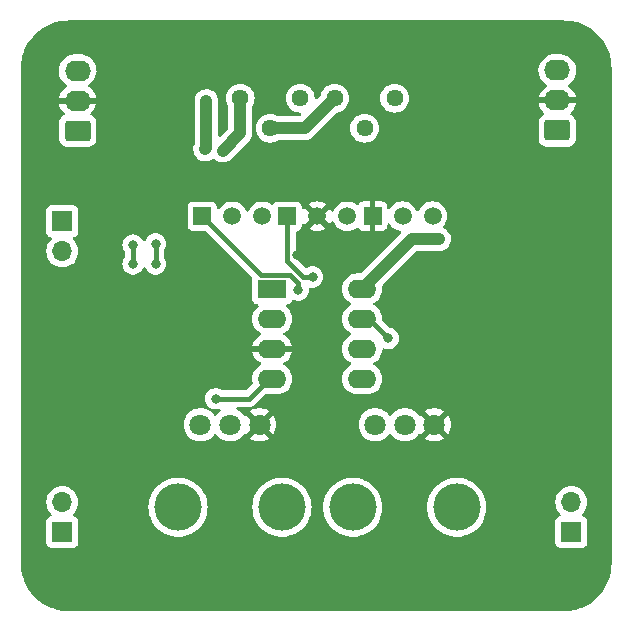
<source format=gbr>
%TF.GenerationSoftware,KiCad,Pcbnew,7.0.6*%
%TF.CreationDate,2023-09-24T22:27:52+13:00*%
%TF.ProjectId,VCA,5643412e-6b69-4636-9164-5f7063625858,rev?*%
%TF.SameCoordinates,Original*%
%TF.FileFunction,Copper,L2,Bot*%
%TF.FilePolarity,Positive*%
%FSLAX46Y46*%
G04 Gerber Fmt 4.6, Leading zero omitted, Abs format (unit mm)*
G04 Created by KiCad (PCBNEW 7.0.6) date 2023-09-24 22:27:52*
%MOMM*%
%LPD*%
G01*
G04 APERTURE LIST*
G04 Aperture macros list*
%AMRoundRect*
0 Rectangle with rounded corners*
0 $1 Rounding radius*
0 $2 $3 $4 $5 $6 $7 $8 $9 X,Y pos of 4 corners*
0 Add a 4 corners polygon primitive as box body*
4,1,4,$2,$3,$4,$5,$6,$7,$8,$9,$2,$3,0*
0 Add four circle primitives for the rounded corners*
1,1,$1+$1,$2,$3*
1,1,$1+$1,$4,$5*
1,1,$1+$1,$6,$7*
1,1,$1+$1,$8,$9*
0 Add four rect primitives between the rounded corners*
20,1,$1+$1,$2,$3,$4,$5,0*
20,1,$1+$1,$4,$5,$6,$7,0*
20,1,$1+$1,$6,$7,$8,$9,0*
20,1,$1+$1,$8,$9,$2,$3,0*%
G04 Aperture macros list end*
%TA.AperFunction,ComponentPad*%
%ADD10O,2.400000X1.600000*%
%TD*%
%TA.AperFunction,ComponentPad*%
%ADD11R,2.400000X1.600000*%
%TD*%
%TA.AperFunction,ComponentPad*%
%ADD12C,1.500000*%
%TD*%
%TA.AperFunction,ComponentPad*%
%ADD13R,1.500000X1.500000*%
%TD*%
%TA.AperFunction,ComponentPad*%
%ADD14O,2.190000X1.740000*%
%TD*%
%TA.AperFunction,ComponentPad*%
%ADD15RoundRect,0.250000X0.845000X-0.620000X0.845000X0.620000X-0.845000X0.620000X-0.845000X-0.620000X0*%
%TD*%
%TA.AperFunction,ComponentPad*%
%ADD16R,1.700000X1.700000*%
%TD*%
%TA.AperFunction,ComponentPad*%
%ADD17O,1.700000X1.700000*%
%TD*%
%TA.AperFunction,ComponentPad*%
%ADD18C,1.800000*%
%TD*%
%TA.AperFunction,WasherPad*%
%ADD19C,4.000000*%
%TD*%
%TA.AperFunction,ComponentPad*%
%ADD20C,1.440000*%
%TD*%
%TA.AperFunction,ViaPad*%
%ADD21C,0.800000*%
%TD*%
%TA.AperFunction,Conductor*%
%ADD22C,1.000000*%
%TD*%
%TA.AperFunction,Conductor*%
%ADD23C,0.400000*%
%TD*%
G04 APERTURE END LIST*
D10*
%TO.P,U1,8,V+*%
%TO.N,+12V*%
X128897056Y-81720000D03*
%TO.P,U1,7*%
%TO.N,Net-(R15-Pad2)*%
X128897056Y-84260000D03*
%TO.P,U1,6,-*%
%TO.N,Net-(U1B--)*%
X128897056Y-86800000D03*
%TO.P,U1,5,+*%
%TO.N,Net-(U1B-+)*%
X128897056Y-89340000D03*
%TO.P,U1,4,V-*%
%TO.N,-12V*%
X121277056Y-89340000D03*
%TO.P,U1,3,+*%
%TO.N,GND*%
X121277056Y-86800000D03*
%TO.P,U1,2,-*%
%TO.N,Net-(U1A--)*%
X121277056Y-84260000D03*
D11*
%TO.P,U1,1*%
%TO.N,Net-(R5-Pad2)*%
X121277056Y-81720000D03*
%TD*%
D12*
%TO.P,Q3,3,E*%
%TO.N,Net-(Q1-E)*%
X127637056Y-75580000D03*
%TO.P,Q3,2,B*%
%TO.N,GND*%
X125097056Y-75580000D03*
D13*
%TO.P,Q3,1,C*%
%TO.N,Net-(Q3-C)*%
X122557056Y-75580000D03*
%TD*%
%TO.P,Q2,1,C*%
%TO.N,GND*%
X129767056Y-75570000D03*
D12*
%TO.P,Q2,2,B*%
%TO.N,Net-(Q2-B)*%
X132307056Y-75570000D03*
%TO.P,Q2,3,E*%
%TO.N,Net-(Q2-E)*%
X134847056Y-75570000D03*
%TD*%
%TO.P,Q1,3,E*%
%TO.N,Net-(Q1-E)*%
X120437056Y-75580000D03*
%TO.P,Q1,2,B*%
%TO.N,Net-(Q1-B)*%
X117897056Y-75580000D03*
D13*
%TO.P,Q1,1,C*%
%TO.N,Net-(Q1-C)*%
X115357056Y-75580000D03*
%TD*%
D14*
%TO.P,J5,3,Pin_3*%
%TO.N,-12V*%
X145417056Y-63230000D03*
%TO.P,J5,2,Pin_2*%
%TO.N,GND*%
X145417056Y-65770000D03*
D15*
%TO.P,J5,1,Pin_1*%
%TO.N,+12V*%
X145417056Y-68310000D03*
%TD*%
%TO.P,J4,1,Pin_1*%
%TO.N,+12V*%
X104797056Y-68320000D03*
D14*
%TO.P,J4,2,Pin_2*%
%TO.N,GND*%
X104797056Y-65780000D03*
%TO.P,J4,3,Pin_3*%
%TO.N,-12V*%
X104797056Y-63240000D03*
%TD*%
D16*
%TO.P,J3,1,Pin_1*%
%TO.N,AMout*%
X146597056Y-102315000D03*
D17*
%TO.P,J3,2,Pin_2*%
X146597056Y-99775000D03*
%TD*%
%TO.P,J2,2,Pin_2*%
%TO.N,controlVoltage*%
X103500000Y-99780000D03*
D16*
%TO.P,J2,1,Pin_1*%
X103500000Y-102320000D03*
%TD*%
%TO.P,J1,1,Pin_1*%
%TO.N,carrierSignal*%
X103500000Y-76000000D03*
D17*
%TO.P,J1,2,Pin_2*%
X103500000Y-78540000D03*
%TD*%
D18*
%TO.P,CV_AMOUNT1,3,3*%
%TO.N,GND*%
X134997056Y-93220000D03*
%TO.P,CV_AMOUNT1,2,2*%
%TO.N,Net-(CV_AMOUNT1-Pad2)*%
X132497056Y-93220000D03*
%TO.P,CV_AMOUNT1,1,1*%
%TO.N,controlVoltage*%
X129997056Y-93220000D03*
D19*
%TO.P,CV_AMOUNT1,*%
%TO.N,*%
X128097056Y-100220000D03*
X136897056Y-100220000D03*
%TD*%
D18*
%TO.P,GAIN1,3,3*%
%TO.N,GND*%
X120197056Y-93220000D03*
%TO.P,GAIN1,2,2*%
%TO.N,Net-(GAIN1-Pad2)*%
X117697056Y-93220000D03*
%TO.P,GAIN1,1,1*%
%TO.N,+12V*%
X115197056Y-93220000D03*
D19*
%TO.P,GAIN1,*%
%TO.N,*%
X113297056Y-100220000D03*
X122097056Y-100220000D03*
%TD*%
D20*
%TO.P,OFFSET_TRIM1,3,3*%
%TO.N,Net-(OFFSET_TRIM1-Pad3)*%
X123642056Y-65575000D03*
%TO.P,OFFSET_TRIM1,2,2*%
%TO.N,+12V*%
X121102056Y-68115000D03*
%TO.P,OFFSET_TRIM1,1,1*%
%TO.N,Net-(OFFSET_TRIM1-Pad1)*%
X118562056Y-65575000D03*
%TD*%
%TO.P,LEVEL_TRIM1,3,3*%
%TO.N,-12V*%
X131642056Y-65575000D03*
%TO.P,LEVEL_TRIM1,2,2*%
%TO.N,Net-(LEVEL_TRIM1-Pad2)*%
X129102056Y-68115000D03*
%TO.P,LEVEL_TRIM1,1,1*%
%TO.N,+12V*%
X126562056Y-65575000D03*
%TD*%
D21*
%TO.N,-12V*%
X115697056Y-65820000D03*
X116497056Y-91020000D03*
X111397056Y-79620000D03*
X111397056Y-77920000D03*
X115597056Y-69920000D03*
%TO.N,+12V*%
X109497056Y-78020000D03*
X109497056Y-79620000D03*
X135397056Y-77520000D03*
%TO.N,Net-(OFFSET_TRIM1-Pad1)*%
X117097056Y-70020000D03*
%TO.N,Net-(R15-Pad2)*%
X131097056Y-85920000D03*
%TO.N,Net-(Q3-C)*%
X124697056Y-80719500D03*
%TO.N,Net-(Q1-C)*%
X123497056Y-81820000D03*
%TO.N,GND*%
X123397056Y-78820000D03*
%TD*%
D22*
%TO.N,-12V*%
X115697056Y-67920000D02*
X115697056Y-65820000D01*
X115697056Y-69820000D02*
X115597056Y-69920000D01*
X115697056Y-67920000D02*
X115697056Y-69820000D01*
D23*
X119297056Y-91020000D02*
X116497056Y-91020000D01*
X120977056Y-89340000D02*
X119297056Y-91020000D01*
X121277056Y-89340000D02*
X120977056Y-89340000D01*
X111397056Y-77920000D02*
X111397056Y-79620000D01*
%TO.N,+12V*%
X109497056Y-78020000D02*
X109497056Y-77820000D01*
X109497056Y-79620000D02*
X109497056Y-78020000D01*
D22*
X133097056Y-77520000D02*
X128897056Y-81720000D01*
X135397056Y-77520000D02*
X133097056Y-77520000D01*
%TO.N,Net-(OFFSET_TRIM1-Pad1)*%
X118562056Y-68555000D02*
X117097056Y-70020000D01*
X118562056Y-65575000D02*
X118562056Y-68555000D01*
D23*
%TO.N,Net-(Q3-C)*%
X122557056Y-79380000D02*
X122557056Y-75580000D01*
X123896556Y-80719500D02*
X122557056Y-79380000D01*
X124697056Y-80719500D02*
X123896556Y-80719500D01*
%TO.N,Net-(R15-Pad2)*%
X129437056Y-84260000D02*
X131097056Y-85920000D01*
X128897056Y-84260000D02*
X129437056Y-84260000D01*
%TO.N,Net-(Q1-C)*%
X123497056Y-81220000D02*
X123497056Y-81820000D01*
X122797056Y-80520000D02*
X123497056Y-81220000D01*
X122397056Y-80520000D02*
X122797056Y-80520000D01*
X120297056Y-80520000D02*
X122397056Y-80520000D01*
X115357056Y-75580000D02*
X120297056Y-80520000D01*
D22*
%TO.N,+12V*%
X126562056Y-65575000D02*
X124022056Y-68115000D01*
X124022056Y-68115000D02*
X121102056Y-68115000D01*
%TD*%
%TA.AperFunction,Conductor*%
%TO.N,GND*%
G36*
X146001423Y-59000566D02*
G01*
X146040986Y-59002394D01*
X146172950Y-59008495D01*
X146372549Y-59018302D01*
X146378048Y-59018819D01*
X146563357Y-59044668D01*
X146749828Y-59072329D01*
X146754871Y-59073294D01*
X146939341Y-59116681D01*
X147120221Y-59161989D01*
X147124797Y-59163327D01*
X147305568Y-59223916D01*
X147480339Y-59286450D01*
X147484471Y-59288100D01*
X147542986Y-59313936D01*
X147659474Y-59365370D01*
X147826973Y-59444592D01*
X147830601Y-59446457D01*
X147998128Y-59539770D01*
X147998142Y-59539778D01*
X148156964Y-59634972D01*
X148160119Y-59636996D01*
X148318603Y-59745559D01*
X148467377Y-59855897D01*
X148470001Y-59857957D01*
X148618027Y-59980876D01*
X148755321Y-60105314D01*
X148757514Y-60107402D01*
X148892596Y-60242484D01*
X148894695Y-60244688D01*
X149019129Y-60381980D01*
X149142034Y-60529989D01*
X149144109Y-60532632D01*
X149254443Y-60681400D01*
X149363002Y-60839879D01*
X149365032Y-60843044D01*
X149460221Y-61001857D01*
X149553527Y-61169371D01*
X149555410Y-61173034D01*
X149634638Y-61340547D01*
X149711899Y-61515527D01*
X149713558Y-61519685D01*
X149776093Y-61694459D01*
X149836662Y-61875173D01*
X149838018Y-61879812D01*
X149883317Y-62060654D01*
X149926696Y-62245090D01*
X149927672Y-62250189D01*
X149955337Y-62436689D01*
X149981177Y-62621933D01*
X149981697Y-62627459D01*
X149989486Y-62785983D01*
X149991512Y-62827230D01*
X149991513Y-62827235D01*
X149999434Y-62998575D01*
X149999500Y-63001438D01*
X149999500Y-104998560D01*
X149999434Y-105001424D01*
X149991512Y-105172761D01*
X149981697Y-105372539D01*
X149981177Y-105378065D01*
X149955337Y-105563310D01*
X149927672Y-105749809D01*
X149926696Y-105754908D01*
X149883317Y-105939345D01*
X149838018Y-106120186D01*
X149836662Y-106124825D01*
X149776093Y-106305540D01*
X149713557Y-106480314D01*
X149711899Y-106484470D01*
X149634638Y-106659452D01*
X149555410Y-106826964D01*
X149553527Y-106830627D01*
X149460221Y-106998142D01*
X149365032Y-107156954D01*
X149363002Y-107160118D01*
X149254437Y-107318608D01*
X149144121Y-107467350D01*
X149142021Y-107470025D01*
X149019132Y-107618016D01*
X148894695Y-107755310D01*
X148892596Y-107757514D01*
X148757514Y-107892596D01*
X148755310Y-107894695D01*
X148618016Y-108019132D01*
X148470025Y-108142021D01*
X148467350Y-108144121D01*
X148318608Y-108254437D01*
X148160118Y-108363002D01*
X148156954Y-108365032D01*
X147998142Y-108460221D01*
X147830627Y-108553527D01*
X147826964Y-108555410D01*
X147659452Y-108634638D01*
X147484470Y-108711899D01*
X147480314Y-108713557D01*
X147305540Y-108776093D01*
X147124825Y-108836662D01*
X147120186Y-108838018D01*
X146939345Y-108883317D01*
X146754908Y-108926696D01*
X146749809Y-108927672D01*
X146563310Y-108955337D01*
X146378065Y-108981177D01*
X146372539Y-108981697D01*
X146172761Y-108991512D01*
X146001424Y-108999434D01*
X145998560Y-108999500D01*
X104001440Y-108999500D01*
X103998576Y-108999434D01*
X103827238Y-108991512D01*
X103627459Y-108981697D01*
X103621933Y-108981177D01*
X103436689Y-108955337D01*
X103250189Y-108927672D01*
X103245090Y-108926696D01*
X103060654Y-108883317D01*
X102879812Y-108838018D01*
X102875173Y-108836662D01*
X102694459Y-108776093D01*
X102519685Y-108713558D01*
X102515527Y-108711899D01*
X102340547Y-108634638D01*
X102173034Y-108555410D01*
X102169371Y-108553527D01*
X102001857Y-108460221D01*
X101843044Y-108365032D01*
X101839879Y-108363002D01*
X101730371Y-108287989D01*
X101681392Y-108254437D01*
X101532632Y-108144109D01*
X101529989Y-108142034D01*
X101381980Y-108019129D01*
X101244688Y-107894695D01*
X101242484Y-107892596D01*
X101107402Y-107757514D01*
X101105314Y-107755321D01*
X100980867Y-107618016D01*
X100857957Y-107470001D01*
X100855897Y-107467377D01*
X100745559Y-107318603D01*
X100636995Y-107160118D01*
X100634966Y-107156954D01*
X100539778Y-106998142D01*
X100512261Y-106948740D01*
X100446457Y-106830601D01*
X100444588Y-106826964D01*
X100365361Y-106659452D01*
X100288100Y-106484471D01*
X100286450Y-106480339D01*
X100223906Y-106305540D01*
X100163327Y-106124797D01*
X100161989Y-106120221D01*
X100116675Y-105939315D01*
X100111402Y-105916895D01*
X100073294Y-105754871D01*
X100072329Y-105749828D01*
X100044662Y-105563310D01*
X100018819Y-105378048D01*
X100018302Y-105372549D01*
X100008487Y-105172761D01*
X100000566Y-105001423D01*
X100000500Y-104998560D01*
X100000500Y-99780000D01*
X102144341Y-99780000D01*
X102164936Y-100015403D01*
X102164938Y-100015413D01*
X102226094Y-100243655D01*
X102226096Y-100243659D01*
X102226097Y-100243663D01*
X102323633Y-100452830D01*
X102325965Y-100457830D01*
X102325967Y-100457834D01*
X102379310Y-100534015D01*
X102461501Y-100651396D01*
X102461506Y-100651402D01*
X102583430Y-100773326D01*
X102616915Y-100834649D01*
X102611931Y-100904341D01*
X102570059Y-100960274D01*
X102539083Y-100977189D01*
X102407669Y-101026203D01*
X102407664Y-101026206D01*
X102292455Y-101112452D01*
X102292452Y-101112455D01*
X102206206Y-101227664D01*
X102206202Y-101227671D01*
X102155908Y-101362517D01*
X102149501Y-101422116D01*
X102149501Y-101422123D01*
X102149500Y-101422135D01*
X102149500Y-103217870D01*
X102149501Y-103217876D01*
X102155908Y-103277483D01*
X102206202Y-103412328D01*
X102206206Y-103412335D01*
X102292452Y-103527544D01*
X102292455Y-103527547D01*
X102407664Y-103613793D01*
X102407671Y-103613797D01*
X102542517Y-103664091D01*
X102542516Y-103664091D01*
X102549444Y-103664835D01*
X102602127Y-103670500D01*
X104397872Y-103670499D01*
X104457483Y-103664091D01*
X104592331Y-103613796D01*
X104707546Y-103527546D01*
X104793796Y-103412331D01*
X104844091Y-103277483D01*
X104850500Y-103217873D01*
X104850499Y-101422128D01*
X104844091Y-101362517D01*
X104793796Y-101227669D01*
X104793795Y-101227668D01*
X104793793Y-101227664D01*
X104707547Y-101112455D01*
X104707544Y-101112452D01*
X104592335Y-101026206D01*
X104592328Y-101026202D01*
X104460917Y-100977189D01*
X104404983Y-100935318D01*
X104380566Y-100869853D01*
X104395418Y-100801580D01*
X104416563Y-100773332D01*
X104538495Y-100651401D01*
X104674035Y-100457830D01*
X104773903Y-100243663D01*
X104780242Y-100220005D01*
X110791612Y-100220005D01*
X110811366Y-100534004D01*
X110811367Y-100534011D01*
X110833761Y-100651402D01*
X110865635Y-100818495D01*
X110870326Y-100843083D01*
X110967553Y-101142316D01*
X110967555Y-101142321D01*
X111101517Y-101427003D01*
X111101520Y-101427009D01*
X111270107Y-101692661D01*
X111270110Y-101692665D01*
X111470662Y-101935090D01*
X111470664Y-101935092D01*
X111700024Y-102150476D01*
X111700034Y-102150484D01*
X111954560Y-102335408D01*
X111954565Y-102335410D01*
X111954572Y-102335416D01*
X112230290Y-102486994D01*
X112230295Y-102486996D01*
X112230297Y-102486997D01*
X112230298Y-102486998D01*
X112522827Y-102602818D01*
X112522830Y-102602819D01*
X112827579Y-102681065D01*
X112827583Y-102681066D01*
X112893066Y-102689338D01*
X113139726Y-102720499D01*
X113139735Y-102720499D01*
X113139738Y-102720500D01*
X113139740Y-102720500D01*
X113454372Y-102720500D01*
X113454374Y-102720500D01*
X113454377Y-102720499D01*
X113454385Y-102720499D01*
X113640649Y-102696968D01*
X113766529Y-102681066D01*
X114071281Y-102602819D01*
X114071284Y-102602818D01*
X114363813Y-102486998D01*
X114363814Y-102486997D01*
X114363812Y-102486997D01*
X114363822Y-102486994D01*
X114639540Y-102335416D01*
X114894086Y-102150478D01*
X115123446Y-101935094D01*
X115324003Y-101692663D01*
X115492593Y-101427007D01*
X115626559Y-101142315D01*
X115723787Y-100843079D01*
X115782744Y-100534015D01*
X115787537Y-100457830D01*
X115802500Y-100220005D01*
X119591612Y-100220005D01*
X119611366Y-100534004D01*
X119611367Y-100534011D01*
X119633761Y-100651402D01*
X119665635Y-100818495D01*
X119670326Y-100843083D01*
X119767553Y-101142316D01*
X119767555Y-101142321D01*
X119901517Y-101427003D01*
X119901520Y-101427009D01*
X120070107Y-101692661D01*
X120070110Y-101692665D01*
X120270662Y-101935090D01*
X120270664Y-101935092D01*
X120500024Y-102150476D01*
X120500034Y-102150484D01*
X120754560Y-102335408D01*
X120754565Y-102335410D01*
X120754572Y-102335416D01*
X121030290Y-102486994D01*
X121030295Y-102486996D01*
X121030297Y-102486997D01*
X121030298Y-102486998D01*
X121322827Y-102602818D01*
X121322830Y-102602819D01*
X121627579Y-102681065D01*
X121627583Y-102681066D01*
X121693066Y-102689338D01*
X121939726Y-102720499D01*
X121939735Y-102720499D01*
X121939738Y-102720500D01*
X121939740Y-102720500D01*
X122254372Y-102720500D01*
X122254374Y-102720500D01*
X122254377Y-102720499D01*
X122254385Y-102720499D01*
X122440649Y-102696968D01*
X122566529Y-102681066D01*
X122871281Y-102602819D01*
X122871284Y-102602818D01*
X123163813Y-102486998D01*
X123163814Y-102486997D01*
X123163812Y-102486997D01*
X123163822Y-102486994D01*
X123439540Y-102335416D01*
X123694086Y-102150478D01*
X123923446Y-101935094D01*
X124124003Y-101692663D01*
X124292593Y-101427007D01*
X124426559Y-101142315D01*
X124523787Y-100843079D01*
X124582744Y-100534015D01*
X124587537Y-100457830D01*
X124602500Y-100220005D01*
X125591612Y-100220005D01*
X125611366Y-100534004D01*
X125611367Y-100534011D01*
X125633761Y-100651402D01*
X125665635Y-100818495D01*
X125670326Y-100843083D01*
X125767553Y-101142316D01*
X125767555Y-101142321D01*
X125901517Y-101427003D01*
X125901520Y-101427009D01*
X126070107Y-101692661D01*
X126070110Y-101692665D01*
X126270662Y-101935090D01*
X126270664Y-101935092D01*
X126500024Y-102150476D01*
X126500034Y-102150484D01*
X126754560Y-102335408D01*
X126754565Y-102335410D01*
X126754572Y-102335416D01*
X127030290Y-102486994D01*
X127030295Y-102486996D01*
X127030297Y-102486997D01*
X127030298Y-102486998D01*
X127322827Y-102602818D01*
X127322830Y-102602819D01*
X127627579Y-102681065D01*
X127627583Y-102681066D01*
X127693066Y-102689338D01*
X127939726Y-102720499D01*
X127939735Y-102720499D01*
X127939738Y-102720500D01*
X127939740Y-102720500D01*
X128254372Y-102720500D01*
X128254374Y-102720500D01*
X128254377Y-102720499D01*
X128254385Y-102720499D01*
X128440649Y-102696968D01*
X128566529Y-102681066D01*
X128871281Y-102602819D01*
X128871284Y-102602818D01*
X129163813Y-102486998D01*
X129163814Y-102486997D01*
X129163812Y-102486997D01*
X129163822Y-102486994D01*
X129439540Y-102335416D01*
X129694086Y-102150478D01*
X129923446Y-101935094D01*
X130124003Y-101692663D01*
X130292593Y-101427007D01*
X130426559Y-101142315D01*
X130523787Y-100843079D01*
X130582744Y-100534015D01*
X130587537Y-100457830D01*
X130602500Y-100220005D01*
X134391612Y-100220005D01*
X134411366Y-100534004D01*
X134411367Y-100534011D01*
X134433761Y-100651402D01*
X134465635Y-100818495D01*
X134470326Y-100843083D01*
X134567553Y-101142316D01*
X134567555Y-101142321D01*
X134701517Y-101427003D01*
X134701520Y-101427009D01*
X134870107Y-101692661D01*
X134870110Y-101692665D01*
X135070662Y-101935090D01*
X135070664Y-101935092D01*
X135300024Y-102150476D01*
X135300034Y-102150484D01*
X135554560Y-102335408D01*
X135554565Y-102335410D01*
X135554572Y-102335416D01*
X135830290Y-102486994D01*
X135830295Y-102486996D01*
X135830297Y-102486997D01*
X135830298Y-102486998D01*
X136122827Y-102602818D01*
X136122830Y-102602819D01*
X136427579Y-102681065D01*
X136427583Y-102681066D01*
X136493066Y-102689338D01*
X136739726Y-102720499D01*
X136739735Y-102720499D01*
X136739738Y-102720500D01*
X136739740Y-102720500D01*
X137054372Y-102720500D01*
X137054374Y-102720500D01*
X137054377Y-102720499D01*
X137054385Y-102720499D01*
X137240649Y-102696968D01*
X137366529Y-102681066D01*
X137671281Y-102602819D01*
X137671284Y-102602818D01*
X137963813Y-102486998D01*
X137963814Y-102486997D01*
X137963812Y-102486997D01*
X137963822Y-102486994D01*
X138239540Y-102335416D01*
X138494086Y-102150478D01*
X138723446Y-101935094D01*
X138924003Y-101692663D01*
X139092593Y-101427007D01*
X139226559Y-101142315D01*
X139323787Y-100843079D01*
X139382744Y-100534015D01*
X139387537Y-100457830D01*
X139402500Y-100220005D01*
X139402500Y-100219994D01*
X139382745Y-99905995D01*
X139382744Y-99905988D01*
X139382744Y-99905985D01*
X139357757Y-99775000D01*
X145241397Y-99775000D01*
X145261992Y-100010403D01*
X145261994Y-100010413D01*
X145323150Y-100238655D01*
X145323152Y-100238659D01*
X145323153Y-100238663D01*
X145423020Y-100452830D01*
X145423021Y-100452830D01*
X145423023Y-100452834D01*
X145479867Y-100534015D01*
X145558557Y-100646396D01*
X145558562Y-100646402D01*
X145680486Y-100768326D01*
X145713971Y-100829649D01*
X145708987Y-100899341D01*
X145667115Y-100955274D01*
X145636139Y-100972189D01*
X145504725Y-101021203D01*
X145504720Y-101021206D01*
X145389511Y-101107452D01*
X145389508Y-101107455D01*
X145303262Y-101222664D01*
X145303258Y-101222671D01*
X145252964Y-101357517D01*
X145246557Y-101417116D01*
X145246557Y-101417123D01*
X145246556Y-101417135D01*
X145246556Y-103212870D01*
X145246557Y-103212876D01*
X145252964Y-103272483D01*
X145303258Y-103407328D01*
X145303262Y-103407335D01*
X145389508Y-103522544D01*
X145389511Y-103522547D01*
X145504720Y-103608793D01*
X145504727Y-103608797D01*
X145639573Y-103659091D01*
X145639572Y-103659091D01*
X145646500Y-103659835D01*
X145699183Y-103665500D01*
X147494928Y-103665499D01*
X147554539Y-103659091D01*
X147689387Y-103608796D01*
X147804602Y-103522546D01*
X147890852Y-103407331D01*
X147941147Y-103272483D01*
X147947556Y-103212873D01*
X147947555Y-101417128D01*
X147942355Y-101368757D01*
X147941147Y-101357516D01*
X147890853Y-101222671D01*
X147890849Y-101222664D01*
X147804603Y-101107455D01*
X147804600Y-101107452D01*
X147689391Y-101021206D01*
X147689384Y-101021202D01*
X147557973Y-100972189D01*
X147502039Y-100930318D01*
X147477622Y-100864853D01*
X147492474Y-100796580D01*
X147513619Y-100768332D01*
X147635551Y-100646401D01*
X147771091Y-100452830D01*
X147870959Y-100238663D01*
X147932119Y-100010408D01*
X147952715Y-99775000D01*
X147932119Y-99539592D01*
X147870959Y-99311337D01*
X147771091Y-99097171D01*
X147712152Y-99012996D01*
X147635550Y-98903597D01*
X147468458Y-98736506D01*
X147468451Y-98736501D01*
X147274890Y-98600967D01*
X147274886Y-98600965D01*
X147274884Y-98600964D01*
X147060719Y-98501097D01*
X147060715Y-98501096D01*
X147060711Y-98501094D01*
X146832469Y-98439938D01*
X146832459Y-98439936D01*
X146597057Y-98419341D01*
X146597055Y-98419341D01*
X146361652Y-98439936D01*
X146361642Y-98439938D01*
X146133400Y-98501094D01*
X146133393Y-98501096D01*
X146133393Y-98501097D01*
X146125218Y-98504909D01*
X145919227Y-98600964D01*
X145919225Y-98600965D01*
X145725653Y-98736505D01*
X145558561Y-98903597D01*
X145423021Y-99097169D01*
X145423020Y-99097171D01*
X145323154Y-99311335D01*
X145323150Y-99311344D01*
X145261994Y-99539586D01*
X145261992Y-99539596D01*
X145241397Y-99774999D01*
X145241397Y-99775000D01*
X139357757Y-99775000D01*
X139323787Y-99596921D01*
X139226559Y-99297685D01*
X139092593Y-99012993D01*
X139026343Y-98908599D01*
X138924004Y-98747338D01*
X138924001Y-98747334D01*
X138723449Y-98504909D01*
X138723447Y-98504907D01*
X138494087Y-98289523D01*
X138494077Y-98289515D01*
X138239551Y-98104591D01*
X138239544Y-98104586D01*
X138239540Y-98104584D01*
X137963822Y-97953006D01*
X137963819Y-97953004D01*
X137963814Y-97953002D01*
X137963813Y-97953001D01*
X137671284Y-97837181D01*
X137671281Y-97837180D01*
X137366532Y-97758934D01*
X137366519Y-97758932D01*
X137054385Y-97719500D01*
X137054374Y-97719500D01*
X136739738Y-97719500D01*
X136739726Y-97719500D01*
X136427592Y-97758932D01*
X136427579Y-97758934D01*
X136122830Y-97837180D01*
X136122827Y-97837181D01*
X135830298Y-97953001D01*
X135830297Y-97953002D01*
X135554572Y-98104584D01*
X135554560Y-98104591D01*
X135300034Y-98289515D01*
X135300024Y-98289523D01*
X135070664Y-98504907D01*
X135070662Y-98504909D01*
X134870110Y-98747334D01*
X134870107Y-98747338D01*
X134701520Y-99012990D01*
X134701517Y-99012996D01*
X134567555Y-99297678D01*
X134567553Y-99297683D01*
X134470326Y-99596916D01*
X134411367Y-99905988D01*
X134411366Y-99905995D01*
X134391612Y-100219994D01*
X134391612Y-100220005D01*
X130602500Y-100220005D01*
X130602500Y-100219994D01*
X130582745Y-99905995D01*
X130582744Y-99905988D01*
X130582744Y-99905985D01*
X130523787Y-99596921D01*
X130426559Y-99297685D01*
X130292593Y-99012993D01*
X130226343Y-98908599D01*
X130124004Y-98747338D01*
X130124001Y-98747334D01*
X129923449Y-98504909D01*
X129923447Y-98504907D01*
X129694087Y-98289523D01*
X129694077Y-98289515D01*
X129439551Y-98104591D01*
X129439544Y-98104586D01*
X129439540Y-98104584D01*
X129163822Y-97953006D01*
X129163819Y-97953004D01*
X129163814Y-97953002D01*
X129163813Y-97953001D01*
X128871284Y-97837181D01*
X128871281Y-97837180D01*
X128566532Y-97758934D01*
X128566519Y-97758932D01*
X128254385Y-97719500D01*
X128254374Y-97719500D01*
X127939738Y-97719500D01*
X127939726Y-97719500D01*
X127627592Y-97758932D01*
X127627579Y-97758934D01*
X127322830Y-97837180D01*
X127322827Y-97837181D01*
X127030298Y-97953001D01*
X127030297Y-97953002D01*
X126754572Y-98104584D01*
X126754560Y-98104591D01*
X126500034Y-98289515D01*
X126500024Y-98289523D01*
X126270664Y-98504907D01*
X126270662Y-98504909D01*
X126070110Y-98747334D01*
X126070107Y-98747338D01*
X125901520Y-99012990D01*
X125901517Y-99012996D01*
X125767555Y-99297678D01*
X125767553Y-99297683D01*
X125670326Y-99596916D01*
X125611367Y-99905988D01*
X125611366Y-99905995D01*
X125591612Y-100219994D01*
X125591612Y-100220005D01*
X124602500Y-100220005D01*
X124602500Y-100219994D01*
X124582745Y-99905995D01*
X124582744Y-99905988D01*
X124582744Y-99905985D01*
X124523787Y-99596921D01*
X124426559Y-99297685D01*
X124292593Y-99012993D01*
X124226343Y-98908599D01*
X124124004Y-98747338D01*
X124124001Y-98747334D01*
X123923449Y-98504909D01*
X123923447Y-98504907D01*
X123694087Y-98289523D01*
X123694077Y-98289515D01*
X123439551Y-98104591D01*
X123439544Y-98104586D01*
X123439540Y-98104584D01*
X123163822Y-97953006D01*
X123163819Y-97953004D01*
X123163814Y-97953002D01*
X123163813Y-97953001D01*
X122871284Y-97837181D01*
X122871281Y-97837180D01*
X122566532Y-97758934D01*
X122566519Y-97758932D01*
X122254385Y-97719500D01*
X122254374Y-97719500D01*
X121939738Y-97719500D01*
X121939726Y-97719500D01*
X121627592Y-97758932D01*
X121627579Y-97758934D01*
X121322830Y-97837180D01*
X121322827Y-97837181D01*
X121030298Y-97953001D01*
X121030297Y-97953002D01*
X120754572Y-98104584D01*
X120754560Y-98104591D01*
X120500034Y-98289515D01*
X120500024Y-98289523D01*
X120270664Y-98504907D01*
X120270662Y-98504909D01*
X120070110Y-98747334D01*
X120070107Y-98747338D01*
X119901520Y-99012990D01*
X119901517Y-99012996D01*
X119767555Y-99297678D01*
X119767553Y-99297683D01*
X119670326Y-99596916D01*
X119611367Y-99905988D01*
X119611366Y-99905995D01*
X119591612Y-100219994D01*
X119591612Y-100220005D01*
X115802500Y-100220005D01*
X115802500Y-100219994D01*
X115782745Y-99905995D01*
X115782744Y-99905988D01*
X115782744Y-99905985D01*
X115723787Y-99596921D01*
X115626559Y-99297685D01*
X115492593Y-99012993D01*
X115426343Y-98908599D01*
X115324004Y-98747338D01*
X115324001Y-98747334D01*
X115123449Y-98504909D01*
X115123447Y-98504907D01*
X114894087Y-98289523D01*
X114894077Y-98289515D01*
X114639551Y-98104591D01*
X114639544Y-98104586D01*
X114639540Y-98104584D01*
X114363822Y-97953006D01*
X114363819Y-97953004D01*
X114363814Y-97953002D01*
X114363813Y-97953001D01*
X114071284Y-97837181D01*
X114071281Y-97837180D01*
X113766532Y-97758934D01*
X113766519Y-97758932D01*
X113454385Y-97719500D01*
X113454374Y-97719500D01*
X113139738Y-97719500D01*
X113139726Y-97719500D01*
X112827592Y-97758932D01*
X112827579Y-97758934D01*
X112522830Y-97837180D01*
X112522827Y-97837181D01*
X112230298Y-97953001D01*
X112230297Y-97953002D01*
X111954572Y-98104584D01*
X111954560Y-98104591D01*
X111700034Y-98289515D01*
X111700024Y-98289523D01*
X111470664Y-98504907D01*
X111470662Y-98504909D01*
X111270110Y-98747334D01*
X111270107Y-98747338D01*
X111101520Y-99012990D01*
X111101517Y-99012996D01*
X110967555Y-99297678D01*
X110967553Y-99297683D01*
X110870326Y-99596916D01*
X110811367Y-99905988D01*
X110811366Y-99905995D01*
X110791612Y-100219994D01*
X110791612Y-100220005D01*
X104780242Y-100220005D01*
X104835063Y-100015408D01*
X104855659Y-99780000D01*
X104855221Y-99774999D01*
X104835063Y-99544596D01*
X104835063Y-99544592D01*
X104773903Y-99316337D01*
X104674035Y-99102171D01*
X104611595Y-99012996D01*
X104538494Y-98908597D01*
X104371402Y-98741506D01*
X104371395Y-98741501D01*
X104364261Y-98736506D01*
X104332521Y-98714281D01*
X104177834Y-98605967D01*
X104177830Y-98605965D01*
X104167105Y-98600964D01*
X103963663Y-98506097D01*
X103963659Y-98506096D01*
X103963655Y-98506094D01*
X103735413Y-98444938D01*
X103735403Y-98444936D01*
X103500001Y-98424341D01*
X103499999Y-98424341D01*
X103264596Y-98444936D01*
X103264586Y-98444938D01*
X103036344Y-98506094D01*
X103036335Y-98506098D01*
X102822171Y-98605964D01*
X102822169Y-98605965D01*
X102628597Y-98741505D01*
X102461505Y-98908597D01*
X102325965Y-99102169D01*
X102325964Y-99102171D01*
X102234798Y-99297678D01*
X102228430Y-99311335D01*
X102226098Y-99316335D01*
X102226094Y-99316344D01*
X102164938Y-99544586D01*
X102164936Y-99544596D01*
X102144341Y-99779999D01*
X102144341Y-99780000D01*
X100000500Y-99780000D01*
X100000500Y-93220006D01*
X113791756Y-93220006D01*
X113810920Y-93451297D01*
X113810922Y-93451308D01*
X113867898Y-93676300D01*
X113961131Y-93888848D01*
X114088072Y-94083147D01*
X114088075Y-94083151D01*
X114088077Y-94083153D01*
X114245272Y-94253913D01*
X114245275Y-94253915D01*
X114245278Y-94253918D01*
X114428421Y-94396464D01*
X114428427Y-94396468D01*
X114428430Y-94396470D01*
X114595916Y-94487109D01*
X114631708Y-94506479D01*
X114632553Y-94506936D01*
X114746543Y-94546068D01*
X114852071Y-94582297D01*
X114852073Y-94582297D01*
X114852075Y-94582298D01*
X115081007Y-94620500D01*
X115081008Y-94620500D01*
X115313104Y-94620500D01*
X115313105Y-94620500D01*
X115542037Y-94582298D01*
X115761559Y-94506936D01*
X115965682Y-94396470D01*
X116148840Y-94253913D01*
X116306035Y-94083153D01*
X116343247Y-94026194D01*
X116396391Y-93980839D01*
X116465622Y-93971415D01*
X116528958Y-94000916D01*
X116550863Y-94026195D01*
X116588071Y-94083145D01*
X116588073Y-94083147D01*
X116588077Y-94083153D01*
X116745272Y-94253913D01*
X116745275Y-94253915D01*
X116745278Y-94253918D01*
X116928421Y-94396464D01*
X116928427Y-94396468D01*
X116928430Y-94396470D01*
X117095916Y-94487109D01*
X117131708Y-94506479D01*
X117132553Y-94506936D01*
X117246543Y-94546068D01*
X117352071Y-94582297D01*
X117352073Y-94582297D01*
X117352075Y-94582298D01*
X117581007Y-94620500D01*
X117581008Y-94620500D01*
X117813104Y-94620500D01*
X117813105Y-94620500D01*
X118042037Y-94582298D01*
X118261559Y-94506936D01*
X118465682Y-94396470D01*
X118648840Y-94253913D01*
X118806035Y-94083153D01*
X118843545Y-94025738D01*
X118896691Y-93980382D01*
X118965922Y-93970958D01*
X119029258Y-94000459D01*
X119043970Y-94017437D01*
X119045868Y-94017634D01*
X119713978Y-93349522D01*
X119737563Y-93429844D01*
X119815295Y-93550798D01*
X119923956Y-93644952D01*
X120054741Y-93704680D01*
X120064522Y-93706086D01*
X119398255Y-94372351D01*
X119428706Y-94396050D01*
X119632753Y-94506476D01*
X119632762Y-94506479D01*
X119852195Y-94581811D01*
X120081049Y-94620000D01*
X120313063Y-94620000D01*
X120541916Y-94581811D01*
X120761349Y-94506479D01*
X120761358Y-94506476D01*
X120965406Y-94396050D01*
X120995854Y-94372351D01*
X120329589Y-93706086D01*
X120339371Y-93704680D01*
X120470156Y-93644952D01*
X120578817Y-93550798D01*
X120656549Y-93429844D01*
X120680132Y-93349524D01*
X121348242Y-94017634D01*
X121432540Y-93888606D01*
X121525738Y-93676135D01*
X121582694Y-93451218D01*
X121601854Y-93220006D01*
X128591756Y-93220006D01*
X128610920Y-93451297D01*
X128610922Y-93451308D01*
X128667898Y-93676300D01*
X128761131Y-93888848D01*
X128888072Y-94083147D01*
X128888075Y-94083151D01*
X128888077Y-94083153D01*
X129045272Y-94253913D01*
X129045275Y-94253915D01*
X129045278Y-94253918D01*
X129228421Y-94396464D01*
X129228427Y-94396468D01*
X129228430Y-94396470D01*
X129395916Y-94487109D01*
X129431708Y-94506479D01*
X129432553Y-94506936D01*
X129546543Y-94546068D01*
X129652071Y-94582297D01*
X129652073Y-94582297D01*
X129652075Y-94582298D01*
X129881007Y-94620500D01*
X129881008Y-94620500D01*
X130113104Y-94620500D01*
X130113105Y-94620500D01*
X130342037Y-94582298D01*
X130561559Y-94506936D01*
X130765682Y-94396470D01*
X130948840Y-94253913D01*
X131106035Y-94083153D01*
X131143247Y-94026194D01*
X131196391Y-93980839D01*
X131265622Y-93971415D01*
X131328958Y-94000916D01*
X131350863Y-94026195D01*
X131388071Y-94083145D01*
X131388073Y-94083147D01*
X131388077Y-94083153D01*
X131545272Y-94253913D01*
X131545275Y-94253915D01*
X131545278Y-94253918D01*
X131728421Y-94396464D01*
X131728427Y-94396468D01*
X131728430Y-94396470D01*
X131895916Y-94487109D01*
X131931708Y-94506479D01*
X131932553Y-94506936D01*
X132046543Y-94546068D01*
X132152071Y-94582297D01*
X132152073Y-94582297D01*
X132152075Y-94582298D01*
X132381007Y-94620500D01*
X132381008Y-94620500D01*
X132613104Y-94620500D01*
X132613105Y-94620500D01*
X132842037Y-94582298D01*
X133061559Y-94506936D01*
X133265682Y-94396470D01*
X133448840Y-94253913D01*
X133606035Y-94083153D01*
X133643545Y-94025738D01*
X133696691Y-93980382D01*
X133765922Y-93970958D01*
X133829258Y-94000459D01*
X133843970Y-94017437D01*
X133845867Y-94017634D01*
X134513978Y-93349523D01*
X134537563Y-93429844D01*
X134615295Y-93550798D01*
X134723956Y-93644952D01*
X134854741Y-93704680D01*
X134864522Y-93706086D01*
X134198255Y-94372351D01*
X134228706Y-94396050D01*
X134432753Y-94506476D01*
X134432762Y-94506479D01*
X134652195Y-94581811D01*
X134881049Y-94620000D01*
X135113063Y-94620000D01*
X135341916Y-94581811D01*
X135561349Y-94506479D01*
X135561358Y-94506476D01*
X135765406Y-94396050D01*
X135795854Y-94372351D01*
X135129589Y-93706086D01*
X135139371Y-93704680D01*
X135270156Y-93644952D01*
X135378817Y-93550798D01*
X135456549Y-93429844D01*
X135480132Y-93349524D01*
X136148242Y-94017634D01*
X136232540Y-93888606D01*
X136325738Y-93676135D01*
X136382694Y-93451218D01*
X136401854Y-93220005D01*
X136401854Y-93219994D01*
X136382694Y-92988781D01*
X136325738Y-92763864D01*
X136232539Y-92551390D01*
X136148242Y-92422364D01*
X135480132Y-93090475D01*
X135456549Y-93010156D01*
X135378817Y-92889202D01*
X135270156Y-92795048D01*
X135139371Y-92735320D01*
X135129590Y-92733913D01*
X135795855Y-92067648D01*
X135795855Y-92067647D01*
X135765405Y-92043949D01*
X135561358Y-91933523D01*
X135561349Y-91933520D01*
X135341916Y-91858188D01*
X135113063Y-91820000D01*
X134881049Y-91820000D01*
X134652195Y-91858188D01*
X134432762Y-91933520D01*
X134432754Y-91933523D01*
X134228700Y-92043952D01*
X134198256Y-92067646D01*
X134198256Y-92067647D01*
X134864522Y-92733913D01*
X134854741Y-92735320D01*
X134723956Y-92795048D01*
X134615295Y-92889202D01*
X134537563Y-93010156D01*
X134513979Y-93090476D01*
X133845867Y-92422364D01*
X133841086Y-92422860D01*
X133798016Y-92459617D01*
X133728785Y-92469041D01*
X133665449Y-92439539D01*
X133643545Y-92414260D01*
X133606039Y-92356852D01*
X133606036Y-92356849D01*
X133606035Y-92356847D01*
X133448840Y-92186087D01*
X133448835Y-92186083D01*
X133448833Y-92186081D01*
X133265690Y-92043535D01*
X133265684Y-92043531D01*
X133061560Y-91933064D01*
X133061551Y-91933061D01*
X132842040Y-91857702D01*
X132670338Y-91829050D01*
X132613105Y-91819500D01*
X132381007Y-91819500D01*
X132335220Y-91827140D01*
X132152071Y-91857702D01*
X131932560Y-91933061D01*
X131932551Y-91933064D01*
X131728427Y-92043531D01*
X131728421Y-92043535D01*
X131545278Y-92186081D01*
X131545275Y-92186084D01*
X131545272Y-92186086D01*
X131545272Y-92186087D01*
X131388077Y-92356847D01*
X131388075Y-92356849D01*
X131388073Y-92356852D01*
X131350863Y-92413805D01*
X131297715Y-92459161D01*
X131228484Y-92468583D01*
X131165149Y-92439081D01*
X131143246Y-92413803D01*
X131106039Y-92356852D01*
X131106036Y-92356849D01*
X131106035Y-92356847D01*
X130948840Y-92186087D01*
X130948835Y-92186083D01*
X130948833Y-92186081D01*
X130765690Y-92043535D01*
X130765684Y-92043531D01*
X130561560Y-91933064D01*
X130561551Y-91933061D01*
X130342040Y-91857702D01*
X130170337Y-91829050D01*
X130113105Y-91819500D01*
X129881007Y-91819500D01*
X129835220Y-91827140D01*
X129652071Y-91857702D01*
X129432560Y-91933061D01*
X129432551Y-91933064D01*
X129228427Y-92043531D01*
X129228421Y-92043535D01*
X129045278Y-92186081D01*
X129045275Y-92186084D01*
X128888072Y-92356852D01*
X128761131Y-92551151D01*
X128667898Y-92763699D01*
X128610922Y-92988691D01*
X128610920Y-92988702D01*
X128591756Y-93219993D01*
X128591756Y-93220006D01*
X121601854Y-93220006D01*
X121601854Y-93220005D01*
X121601854Y-93219994D01*
X121582694Y-92988781D01*
X121525738Y-92763864D01*
X121432539Y-92551390D01*
X121348242Y-92422364D01*
X120680132Y-93090473D01*
X120656549Y-93010156D01*
X120578817Y-92889202D01*
X120470156Y-92795048D01*
X120339371Y-92735320D01*
X120329587Y-92733913D01*
X120995855Y-92067647D01*
X120965405Y-92043949D01*
X120761358Y-91933523D01*
X120761349Y-91933520D01*
X120541916Y-91858188D01*
X120313063Y-91820000D01*
X120081049Y-91820000D01*
X119852195Y-91858188D01*
X119632762Y-91933520D01*
X119632754Y-91933523D01*
X119428700Y-92043952D01*
X119398256Y-92067646D01*
X119398256Y-92067647D01*
X120064522Y-92733913D01*
X120054741Y-92735320D01*
X119923956Y-92795048D01*
X119815295Y-92889202D01*
X119737563Y-93010156D01*
X119713979Y-93090476D01*
X119045867Y-92422364D01*
X119041086Y-92422860D01*
X118998016Y-92459617D01*
X118928785Y-92469041D01*
X118865449Y-92439539D01*
X118843545Y-92414260D01*
X118806039Y-92356852D01*
X118806036Y-92356849D01*
X118806035Y-92356847D01*
X118648840Y-92186087D01*
X118648835Y-92186083D01*
X118648833Y-92186081D01*
X118465690Y-92043535D01*
X118465684Y-92043531D01*
X118299423Y-91953555D01*
X118249833Y-91904335D01*
X118234725Y-91836119D01*
X118258895Y-91770563D01*
X118314671Y-91728482D01*
X118358441Y-91720500D01*
X119274008Y-91720500D01*
X119277753Y-91720613D01*
X119285098Y-91721057D01*
X119339662Y-91724358D01*
X119377370Y-91717447D01*
X119400677Y-91713177D01*
X119404381Y-91712613D01*
X119422226Y-91710446D01*
X119465928Y-91705140D01*
X119475391Y-91701550D01*
X119497017Y-91695522D01*
X119497949Y-91695351D01*
X119506988Y-91693695D01*
X119563568Y-91668229D01*
X119566998Y-91666809D01*
X119624986Y-91644818D01*
X119633322Y-91639062D01*
X119652877Y-91628034D01*
X119662113Y-91623878D01*
X119710952Y-91585613D01*
X119713932Y-91583421D01*
X119764985Y-91548183D01*
X119806121Y-91501748D01*
X119808655Y-91499056D01*
X120638641Y-90669070D01*
X120699962Y-90635587D01*
X120737124Y-90633225D01*
X120820272Y-90640500D01*
X121733840Y-90640500D01*
X121903748Y-90625635D01*
X122123552Y-90566739D01*
X122329790Y-90470568D01*
X122516195Y-90340047D01*
X122677103Y-90179139D01*
X122807624Y-89992734D01*
X122903795Y-89786496D01*
X122962691Y-89566692D01*
X122982524Y-89340000D01*
X122962691Y-89113308D01*
X122903795Y-88893504D01*
X122807624Y-88687266D01*
X122677103Y-88500861D01*
X122677101Y-88500858D01*
X122516197Y-88339954D01*
X122329790Y-88209432D01*
X122329788Y-88209431D01*
X122271781Y-88182382D01*
X122271188Y-88182105D01*
X122218750Y-88135934D01*
X122199598Y-88068740D01*
X122219814Y-88001859D01*
X122271190Y-87957341D01*
X122329540Y-87930132D01*
X122515876Y-87799657D01*
X122676713Y-87638820D01*
X122807190Y-87452482D01*
X122903321Y-87246326D01*
X122903325Y-87246317D01*
X122955928Y-87050000D01*
X121592742Y-87050000D01*
X121604697Y-87038045D01*
X121662221Y-86925148D01*
X121682042Y-86800000D01*
X121662221Y-86674852D01*
X121604697Y-86561955D01*
X121592742Y-86550000D01*
X122955928Y-86550000D01*
X122955928Y-86549999D01*
X122903325Y-86353682D01*
X122903321Y-86353673D01*
X122807190Y-86147517D01*
X122676713Y-85961179D01*
X122515876Y-85800342D01*
X122329538Y-85669865D01*
X122271189Y-85642657D01*
X122218750Y-85596484D01*
X122199598Y-85529291D01*
X122219814Y-85462410D01*
X122271185Y-85417895D01*
X122329790Y-85390568D01*
X122516195Y-85260047D01*
X122677103Y-85099139D01*
X122807624Y-84912734D01*
X122903795Y-84706496D01*
X122962691Y-84486692D01*
X122982524Y-84260000D01*
X122962691Y-84033308D01*
X122903795Y-83813504D01*
X122807624Y-83607266D01*
X122677103Y-83420861D01*
X122677101Y-83420858D01*
X122516199Y-83259956D01*
X122491592Y-83242726D01*
X122447968Y-83188149D01*
X122440775Y-83118650D01*
X122472297Y-83056296D01*
X122532527Y-83020882D01*
X122549460Y-83017861D01*
X122584539Y-83014091D01*
X122719387Y-82963796D01*
X122834602Y-82877546D01*
X122920852Y-82762331D01*
X122942929Y-82703137D01*
X122984800Y-82647203D01*
X123050264Y-82622785D01*
X123109547Y-82633189D01*
X123217253Y-82681144D01*
X123402410Y-82720500D01*
X123402411Y-82720500D01*
X123591700Y-82720500D01*
X123591702Y-82720500D01*
X123776859Y-82681144D01*
X123949786Y-82604151D01*
X124102927Y-82492888D01*
X124229589Y-82352216D01*
X124324235Y-82188284D01*
X124382730Y-82008256D01*
X124402516Y-81820000D01*
X124394286Y-81741701D01*
X124406855Y-81672976D01*
X124454587Y-81621952D01*
X124522327Y-81604834D01*
X124543379Y-81607452D01*
X124602410Y-81620000D01*
X124602412Y-81620000D01*
X124791700Y-81620000D01*
X124791702Y-81620000D01*
X124976859Y-81580644D01*
X125149786Y-81503651D01*
X125302927Y-81392388D01*
X125429589Y-81251716D01*
X125524235Y-81087784D01*
X125582730Y-80907756D01*
X125602516Y-80719500D01*
X125582730Y-80531244D01*
X125524235Y-80351216D01*
X125429589Y-80187284D01*
X125302927Y-80046612D01*
X125302926Y-80046611D01*
X125149790Y-79935351D01*
X125149785Y-79935348D01*
X124976863Y-79858357D01*
X124976858Y-79858355D01*
X124831057Y-79827365D01*
X124791702Y-79819000D01*
X124602410Y-79819000D01*
X124569953Y-79825898D01*
X124417253Y-79858355D01*
X124417248Y-79858357D01*
X124244323Y-79935350D01*
X124238698Y-79938598D01*
X124237424Y-79936391D01*
X124182339Y-79956026D01*
X124114290Y-79940178D01*
X124087620Y-79919907D01*
X123293874Y-79126161D01*
X123260389Y-79064838D01*
X123257555Y-79038480D01*
X123257555Y-78020000D01*
X123257555Y-76952347D01*
X123277240Y-76885312D01*
X123330044Y-76839557D01*
X123368301Y-76829061D01*
X123414539Y-76824091D01*
X123549387Y-76773796D01*
X123664602Y-76687546D01*
X123750852Y-76572331D01*
X123801147Y-76437483D01*
X123807556Y-76377873D01*
X123807555Y-76310988D01*
X123827239Y-76243952D01*
X123880042Y-76198196D01*
X123949200Y-76188252D01*
X124012756Y-76217276D01*
X124033130Y-76239867D01*
X124053929Y-76269571D01*
X124053931Y-76269572D01*
X124699102Y-75624400D01*
X124711891Y-75705148D01*
X124769415Y-75818045D01*
X124859011Y-75907641D01*
X124971908Y-75965165D01*
X125052655Y-75977953D01*
X124407482Y-76623124D01*
X124469667Y-76666666D01*
X124469669Y-76666667D01*
X124667896Y-76759101D01*
X124667905Y-76759105D01*
X124879161Y-76815710D01*
X124879171Y-76815712D01*
X125097055Y-76834775D01*
X125097057Y-76834775D01*
X125314940Y-76815712D01*
X125314950Y-76815710D01*
X125526206Y-76759105D01*
X125526215Y-76759101D01*
X125724443Y-76666666D01*
X125786628Y-76623124D01*
X125141457Y-75977953D01*
X125222204Y-75965165D01*
X125335101Y-75907641D01*
X125424697Y-75818045D01*
X125482221Y-75705148D01*
X125495009Y-75624401D01*
X126140180Y-76269572D01*
X126183723Y-76207386D01*
X126183724Y-76207384D01*
X126254397Y-76055825D01*
X126300569Y-76003385D01*
X126367762Y-75984233D01*
X126434643Y-76004448D01*
X126479161Y-76055824D01*
X126549953Y-76207638D01*
X126572520Y-76239867D01*
X126675458Y-76386877D01*
X126830179Y-76541598D01*
X127009417Y-76667102D01*
X127207726Y-76759575D01*
X127419079Y-76816207D01*
X127601982Y-76832208D01*
X127637054Y-76835277D01*
X127637056Y-76835277D01*
X127637058Y-76835277D01*
X127665310Y-76832805D01*
X127855033Y-76816207D01*
X128066386Y-76759575D01*
X128264695Y-76667102D01*
X128420611Y-76557927D01*
X128486814Y-76535602D01*
X128554581Y-76552612D01*
X128590998Y-76585193D01*
X128659865Y-76677187D01*
X128659868Y-76677190D01*
X128774962Y-76763350D01*
X128774969Y-76763354D01*
X128909676Y-76813596D01*
X128909683Y-76813598D01*
X128969211Y-76819999D01*
X128969228Y-76820000D01*
X129517056Y-76820000D01*
X129517056Y-75885686D01*
X129529011Y-75897641D01*
X129641908Y-75955165D01*
X129735575Y-75970000D01*
X129798537Y-75970000D01*
X129892204Y-75955165D01*
X130005101Y-75897641D01*
X130017056Y-75885686D01*
X130017056Y-76820000D01*
X130564884Y-76820000D01*
X130564900Y-76819999D01*
X130624428Y-76813598D01*
X130624435Y-76813596D01*
X130759142Y-76763354D01*
X130759149Y-76763350D01*
X130874243Y-76677190D01*
X130874246Y-76677187D01*
X130960406Y-76562093D01*
X130960410Y-76562086D01*
X131010652Y-76427379D01*
X131010654Y-76427372D01*
X131017055Y-76367844D01*
X131017056Y-76367827D01*
X131017056Y-76301148D01*
X131036741Y-76234109D01*
X131089545Y-76188354D01*
X131158703Y-76178410D01*
X131222259Y-76207435D01*
X131242627Y-76230020D01*
X131345458Y-76376877D01*
X131500179Y-76531598D01*
X131679417Y-76657102D01*
X131877726Y-76749575D01*
X131877732Y-76749576D01*
X131877733Y-76749577D01*
X131905242Y-76756948D01*
X132089079Y-76806207D01*
X132106333Y-76807716D01*
X132171401Y-76833167D01*
X132212381Y-76889757D01*
X132216260Y-76959519D01*
X132183208Y-77018925D01*
X128818955Y-80383181D01*
X128757632Y-80416666D01*
X128731274Y-80419500D01*
X128440272Y-80419500D01*
X128270368Y-80434364D01*
X128270358Y-80434366D01*
X128050567Y-80493258D01*
X128050558Y-80493261D01*
X127844323Y-80589431D01*
X127844321Y-80589432D01*
X127657914Y-80719954D01*
X127497010Y-80880858D01*
X127366488Y-81067265D01*
X127366487Y-81067267D01*
X127270317Y-81273502D01*
X127270314Y-81273511D01*
X127211422Y-81493302D01*
X127211420Y-81493313D01*
X127191588Y-81719998D01*
X127191588Y-81720001D01*
X127211420Y-81946686D01*
X127211422Y-81946697D01*
X127270314Y-82166488D01*
X127270317Y-82166497D01*
X127366487Y-82372732D01*
X127366488Y-82372734D01*
X127497010Y-82559141D01*
X127657914Y-82720045D01*
X127657917Y-82720047D01*
X127844322Y-82850568D01*
X127902331Y-82877618D01*
X127954770Y-82923791D01*
X127973922Y-82990984D01*
X127953706Y-83057865D01*
X127902331Y-83102382D01*
X127844323Y-83129431D01*
X127844321Y-83129432D01*
X127657914Y-83259954D01*
X127497010Y-83420858D01*
X127366488Y-83607265D01*
X127366487Y-83607267D01*
X127270317Y-83813502D01*
X127270314Y-83813511D01*
X127211422Y-84033302D01*
X127211420Y-84033313D01*
X127191588Y-84259998D01*
X127191588Y-84260001D01*
X127211420Y-84486686D01*
X127211422Y-84486697D01*
X127270314Y-84706488D01*
X127270317Y-84706497D01*
X127366487Y-84912732D01*
X127366488Y-84912734D01*
X127497010Y-85099141D01*
X127657914Y-85260045D01*
X127657917Y-85260047D01*
X127844322Y-85390568D01*
X127902331Y-85417618D01*
X127954770Y-85463791D01*
X127973922Y-85530984D01*
X127953706Y-85597865D01*
X127902331Y-85642382D01*
X127844323Y-85669431D01*
X127844321Y-85669432D01*
X127657914Y-85799954D01*
X127497010Y-85960858D01*
X127366488Y-86147265D01*
X127366487Y-86147267D01*
X127270317Y-86353502D01*
X127270314Y-86353511D01*
X127211422Y-86573302D01*
X127211420Y-86573313D01*
X127191588Y-86799998D01*
X127191588Y-86800001D01*
X127211420Y-87026686D01*
X127211422Y-87026697D01*
X127270314Y-87246488D01*
X127270317Y-87246497D01*
X127366487Y-87452732D01*
X127366488Y-87452734D01*
X127497010Y-87639141D01*
X127657914Y-87800045D01*
X127657917Y-87800047D01*
X127844322Y-87930568D01*
X127901737Y-87957341D01*
X127902331Y-87957618D01*
X127954770Y-88003791D01*
X127973922Y-88070984D01*
X127953706Y-88137865D01*
X127902331Y-88182382D01*
X127844323Y-88209431D01*
X127844321Y-88209432D01*
X127657914Y-88339954D01*
X127497010Y-88500858D01*
X127366488Y-88687265D01*
X127366487Y-88687267D01*
X127270317Y-88893502D01*
X127270314Y-88893511D01*
X127211422Y-89113302D01*
X127211420Y-89113313D01*
X127191588Y-89339998D01*
X127191588Y-89340001D01*
X127211420Y-89566686D01*
X127211422Y-89566697D01*
X127270314Y-89786488D01*
X127270317Y-89786497D01*
X127366487Y-89992732D01*
X127366488Y-89992734D01*
X127497010Y-90179141D01*
X127657914Y-90340045D01*
X127668007Y-90347112D01*
X127844322Y-90470568D01*
X128050560Y-90566739D01*
X128270364Y-90625635D01*
X128440272Y-90640500D01*
X129353840Y-90640500D01*
X129523748Y-90625635D01*
X129743552Y-90566739D01*
X129949790Y-90470568D01*
X130136195Y-90340047D01*
X130297103Y-90179139D01*
X130427624Y-89992734D01*
X130523795Y-89786496D01*
X130582691Y-89566692D01*
X130602524Y-89340000D01*
X130582691Y-89113308D01*
X130523795Y-88893504D01*
X130427624Y-88687266D01*
X130297103Y-88500861D01*
X130297101Y-88500858D01*
X130136197Y-88339954D01*
X129949790Y-88209432D01*
X129949784Y-88209429D01*
X129891781Y-88182382D01*
X129839341Y-88136210D01*
X129820189Y-88069017D01*
X129840404Y-88002135D01*
X129891781Y-87957618D01*
X129892375Y-87957341D01*
X129949790Y-87930568D01*
X130136195Y-87800047D01*
X130297103Y-87639139D01*
X130427624Y-87452734D01*
X130523795Y-87246496D01*
X130582691Y-87026692D01*
X130597011Y-86863011D01*
X130622463Y-86797943D01*
X130679054Y-86756964D01*
X130748816Y-86753086D01*
X130770975Y-86760540D01*
X130817248Y-86781142D01*
X130817253Y-86781144D01*
X131002410Y-86820500D01*
X131002411Y-86820500D01*
X131191700Y-86820500D01*
X131191702Y-86820500D01*
X131376859Y-86781144D01*
X131549786Y-86704151D01*
X131702927Y-86592888D01*
X131829589Y-86452216D01*
X131924235Y-86288284D01*
X131982730Y-86108256D01*
X132002516Y-85920000D01*
X131982730Y-85731744D01*
X131924235Y-85551716D01*
X131829589Y-85387784D01*
X131702927Y-85247112D01*
X131702926Y-85247111D01*
X131549790Y-85135851D01*
X131549785Y-85135848D01*
X131376863Y-85058857D01*
X131376858Y-85058855D01*
X131221927Y-85025924D01*
X131160445Y-84992732D01*
X131160027Y-84992315D01*
X130629346Y-84461633D01*
X130595861Y-84400310D01*
X130593499Y-84363148D01*
X130602524Y-84260000D01*
X130582691Y-84033308D01*
X130523795Y-83813504D01*
X130427624Y-83607266D01*
X130297103Y-83420861D01*
X130297101Y-83420858D01*
X130136197Y-83259954D01*
X129949790Y-83129432D01*
X129949784Y-83129429D01*
X129891781Y-83102382D01*
X129839341Y-83056210D01*
X129820189Y-82989017D01*
X129840404Y-82922135D01*
X129891781Y-82877618D01*
X129949790Y-82850568D01*
X130136195Y-82720047D01*
X130297103Y-82559139D01*
X130427624Y-82372734D01*
X130523795Y-82166496D01*
X130582691Y-81946692D01*
X130602524Y-81720000D01*
X130584188Y-81510425D01*
X130597954Y-81441929D01*
X130620032Y-81411943D01*
X133475156Y-78556819D01*
X133536480Y-78523334D01*
X133562838Y-78520500D01*
X135447799Y-78520500D01*
X135599495Y-78505074D01*
X135793635Y-78444162D01*
X135793636Y-78444161D01*
X135793644Y-78444159D01*
X135971558Y-78345409D01*
X136125951Y-78212866D01*
X136250504Y-78051958D01*
X136340116Y-77869271D01*
X136391119Y-77672285D01*
X136401425Y-77469064D01*
X136370612Y-77267929D01*
X136299942Y-77077113D01*
X136192308Y-76904429D01*
X136098940Y-76806207D01*
X136052117Y-76756949D01*
X136052116Y-76756948D01*
X136052115Y-76756947D01*
X135885105Y-76640705D01*
X135885104Y-76640704D01*
X135885102Y-76640703D01*
X135815225Y-76610716D01*
X135761382Y-76566189D01*
X135740159Y-76499621D01*
X135758295Y-76432146D01*
X135776442Y-76409088D01*
X135808654Y-76376877D01*
X135934158Y-76197639D01*
X136026631Y-75999330D01*
X136083263Y-75787977D01*
X136102333Y-75570000D01*
X136083263Y-75352023D01*
X136038465Y-75184835D01*
X136026633Y-75140677D01*
X136026632Y-75140676D01*
X136026631Y-75140670D01*
X135934158Y-74942362D01*
X135934156Y-74942359D01*
X135934155Y-74942357D01*
X135808655Y-74763124D01*
X135742495Y-74696964D01*
X135653933Y-74608402D01*
X135489598Y-74493333D01*
X135474694Y-74482897D01*
X135298845Y-74400898D01*
X135276386Y-74390425D01*
X135276382Y-74390424D01*
X135276378Y-74390422D01*
X135065033Y-74333793D01*
X134847058Y-74314723D01*
X134847054Y-74314723D01*
X134732752Y-74324723D01*
X134629079Y-74333793D01*
X134629076Y-74333793D01*
X134417733Y-74390422D01*
X134417724Y-74390426D01*
X134219417Y-74482898D01*
X134219413Y-74482900D01*
X134040177Y-74608402D01*
X133885458Y-74763121D01*
X133759956Y-74942357D01*
X133759954Y-74942361D01*
X133689438Y-75093583D01*
X133643265Y-75146022D01*
X133576072Y-75165174D01*
X133509191Y-75144958D01*
X133464674Y-75093583D01*
X133440861Y-75042516D01*
X133394158Y-74942362D01*
X133394156Y-74942359D01*
X133394155Y-74942357D01*
X133268655Y-74763124D01*
X133202495Y-74696964D01*
X133113933Y-74608402D01*
X132949598Y-74493333D01*
X132934694Y-74482897D01*
X132758845Y-74400898D01*
X132736386Y-74390425D01*
X132736382Y-74390424D01*
X132736378Y-74390422D01*
X132525033Y-74333793D01*
X132307058Y-74314723D01*
X132307054Y-74314723D01*
X132192752Y-74324723D01*
X132089079Y-74333793D01*
X132089076Y-74333793D01*
X131877733Y-74390422D01*
X131877724Y-74390426D01*
X131679417Y-74482898D01*
X131679413Y-74482900D01*
X131500177Y-74608402D01*
X131345458Y-74763121D01*
X131242631Y-74909975D01*
X131188054Y-74953600D01*
X131118556Y-74960794D01*
X131056201Y-74929271D01*
X131020787Y-74869041D01*
X131017056Y-74838852D01*
X131017056Y-74772172D01*
X131017055Y-74772155D01*
X131010654Y-74712627D01*
X131010652Y-74712620D01*
X130960410Y-74577913D01*
X130960406Y-74577906D01*
X130874246Y-74462812D01*
X130874243Y-74462809D01*
X130759149Y-74376649D01*
X130759142Y-74376645D01*
X130624435Y-74326403D01*
X130624428Y-74326401D01*
X130564900Y-74320000D01*
X130017056Y-74320000D01*
X130017056Y-75254314D01*
X130005101Y-75242359D01*
X129892204Y-75184835D01*
X129798537Y-75170000D01*
X129735575Y-75170000D01*
X129641908Y-75184835D01*
X129529011Y-75242359D01*
X129517056Y-75254313D01*
X129517056Y-74320000D01*
X128969211Y-74320000D01*
X128909683Y-74326401D01*
X128909676Y-74326403D01*
X128774969Y-74376645D01*
X128774962Y-74376649D01*
X128659868Y-74462809D01*
X128581174Y-74567929D01*
X128525239Y-74609800D01*
X128455548Y-74614783D01*
X128410788Y-74595194D01*
X128293570Y-74513116D01*
X128264694Y-74492897D01*
X128165540Y-74446661D01*
X128066386Y-74400425D01*
X128066382Y-74400424D01*
X128066378Y-74400422D01*
X127855033Y-74343793D01*
X127637058Y-74324723D01*
X127637054Y-74324723D01*
X127509207Y-74335908D01*
X127419079Y-74343793D01*
X127419076Y-74343793D01*
X127207733Y-74400422D01*
X127207724Y-74400426D01*
X127009417Y-74492898D01*
X127009413Y-74492900D01*
X126830177Y-74618402D01*
X126675458Y-74773121D01*
X126549956Y-74952357D01*
X126549956Y-74952358D01*
X126549954Y-74952361D01*
X126549954Y-74952362D01*
X126541284Y-74970954D01*
X126479161Y-75104176D01*
X126432988Y-75156615D01*
X126365794Y-75175766D01*
X126298913Y-75155550D01*
X126254397Y-75104174D01*
X126183725Y-74952617D01*
X126140179Y-74890427D01*
X125495009Y-75535597D01*
X125482221Y-75454852D01*
X125424697Y-75341955D01*
X125335101Y-75252359D01*
X125222204Y-75194835D01*
X125141457Y-75182046D01*
X125786628Y-74536875D01*
X125786627Y-74536873D01*
X125724447Y-74493335D01*
X125526215Y-74400898D01*
X125526206Y-74400894D01*
X125314950Y-74344289D01*
X125314940Y-74344287D01*
X125097057Y-74325225D01*
X125097055Y-74325225D01*
X124879171Y-74344287D01*
X124879161Y-74344289D01*
X124667905Y-74400894D01*
X124667896Y-74400898D01*
X124469670Y-74493332D01*
X124469668Y-74493333D01*
X124407484Y-74536875D01*
X124407483Y-74536875D01*
X125052655Y-75182046D01*
X124971908Y-75194835D01*
X124859011Y-75252359D01*
X124769415Y-75341955D01*
X124711891Y-75454852D01*
X124699102Y-75535598D01*
X124053931Y-74890427D01*
X124053930Y-74890428D01*
X124033130Y-74920135D01*
X123978553Y-74963760D01*
X123909055Y-74970954D01*
X123846700Y-74939431D01*
X123811286Y-74879202D01*
X123807555Y-74849012D01*
X123807555Y-74782129D01*
X123807554Y-74782123D01*
X123807553Y-74782116D01*
X123801147Y-74722517D01*
X123797458Y-74712627D01*
X123750853Y-74587671D01*
X123750849Y-74587664D01*
X123664603Y-74472455D01*
X123664600Y-74472452D01*
X123549391Y-74386206D01*
X123549384Y-74386202D01*
X123414538Y-74335908D01*
X123414539Y-74335908D01*
X123354939Y-74329501D01*
X123354937Y-74329500D01*
X123354929Y-74329500D01*
X123354920Y-74329500D01*
X121759185Y-74329500D01*
X121759179Y-74329501D01*
X121699572Y-74335908D01*
X121564727Y-74386202D01*
X121564720Y-74386206D01*
X121449511Y-74472452D01*
X121379116Y-74566487D01*
X121323182Y-74608357D01*
X121253490Y-74613341D01*
X121208727Y-74593750D01*
X121064699Y-74492900D01*
X121064695Y-74492898D01*
X121020855Y-74472455D01*
X120866386Y-74400425D01*
X120866382Y-74400424D01*
X120866378Y-74400422D01*
X120655033Y-74343793D01*
X120437058Y-74324723D01*
X120437054Y-74324723D01*
X120309207Y-74335908D01*
X120219079Y-74343793D01*
X120219076Y-74343793D01*
X120007733Y-74400422D01*
X120007724Y-74400426D01*
X119809417Y-74492898D01*
X119809413Y-74492900D01*
X119630177Y-74618402D01*
X119475458Y-74773121D01*
X119349956Y-74952357D01*
X119349956Y-74952358D01*
X119279437Y-75103584D01*
X119233264Y-75156023D01*
X119166070Y-75175174D01*
X119099189Y-75154958D01*
X119054674Y-75103584D01*
X118984158Y-74952362D01*
X118984155Y-74952358D01*
X118984155Y-74952357D01*
X118858655Y-74773124D01*
X118782495Y-74696964D01*
X118703933Y-74618402D01*
X118566034Y-74521844D01*
X118524694Y-74492897D01*
X118425540Y-74446661D01*
X118326386Y-74400425D01*
X118326382Y-74400424D01*
X118326378Y-74400422D01*
X118115033Y-74343793D01*
X117897058Y-74324723D01*
X117897054Y-74324723D01*
X117769207Y-74335908D01*
X117679079Y-74343793D01*
X117679076Y-74343793D01*
X117467733Y-74400422D01*
X117467724Y-74400426D01*
X117269417Y-74492898D01*
X117269413Y-74492900D01*
X117090177Y-74618402D01*
X116935458Y-74773121D01*
X116833130Y-74919262D01*
X116778553Y-74962887D01*
X116709055Y-74970081D01*
X116646700Y-74938558D01*
X116611286Y-74878328D01*
X116607555Y-74848139D01*
X116607555Y-74782129D01*
X116607554Y-74782123D01*
X116607553Y-74782116D01*
X116601147Y-74722517D01*
X116597458Y-74712627D01*
X116550853Y-74587671D01*
X116550849Y-74587664D01*
X116464603Y-74472455D01*
X116464600Y-74472452D01*
X116349391Y-74386206D01*
X116349384Y-74386202D01*
X116214538Y-74335908D01*
X116214539Y-74335908D01*
X116154939Y-74329501D01*
X116154937Y-74329500D01*
X116154929Y-74329500D01*
X116154920Y-74329500D01*
X114559185Y-74329500D01*
X114559179Y-74329501D01*
X114499572Y-74335908D01*
X114364727Y-74386202D01*
X114364720Y-74386206D01*
X114249511Y-74472452D01*
X114249508Y-74472455D01*
X114163262Y-74587664D01*
X114163258Y-74587671D01*
X114112964Y-74722517D01*
X114108599Y-74763121D01*
X114106557Y-74782123D01*
X114106556Y-74782135D01*
X114106556Y-76377870D01*
X114106557Y-76377876D01*
X114112964Y-76437483D01*
X114163258Y-76572328D01*
X114163262Y-76572335D01*
X114249508Y-76687544D01*
X114249511Y-76687547D01*
X114364720Y-76773793D01*
X114364727Y-76773797D01*
X114499573Y-76824091D01*
X114499572Y-76824091D01*
X114506500Y-76824835D01*
X114559183Y-76830500D01*
X115565536Y-76830499D01*
X115632575Y-76850183D01*
X115653217Y-76866818D01*
X119542563Y-80756164D01*
X119576048Y-80817487D01*
X119578172Y-80857097D01*
X119576556Y-80872127D01*
X119576556Y-82567870D01*
X119576557Y-82567876D01*
X119582964Y-82627483D01*
X119633258Y-82762328D01*
X119633262Y-82762335D01*
X119719508Y-82877544D01*
X119719511Y-82877547D01*
X119834720Y-82963793D01*
X119834727Y-82963797D01*
X119879674Y-82980561D01*
X119969573Y-83014091D01*
X120004652Y-83017862D01*
X120069200Y-83044599D01*
X120109049Y-83101991D01*
X120111544Y-83171816D01*
X120075892Y-83231905D01*
X120062520Y-83242725D01*
X120037914Y-83259954D01*
X119877010Y-83420858D01*
X119746488Y-83607265D01*
X119746487Y-83607267D01*
X119650317Y-83813502D01*
X119650314Y-83813511D01*
X119591422Y-84033302D01*
X119591420Y-84033313D01*
X119571588Y-84259998D01*
X119571588Y-84260001D01*
X119591420Y-84486686D01*
X119591422Y-84486697D01*
X119650314Y-84706488D01*
X119650317Y-84706497D01*
X119746487Y-84912732D01*
X119746488Y-84912734D01*
X119877010Y-85099141D01*
X120037914Y-85260045D01*
X120037917Y-85260047D01*
X120224322Y-85390568D01*
X120282921Y-85417893D01*
X120335361Y-85464065D01*
X120354513Y-85531258D01*
X120334298Y-85598139D01*
X120282923Y-85642657D01*
X120224571Y-85669867D01*
X120038235Y-85800342D01*
X119877398Y-85961179D01*
X119746921Y-86147517D01*
X119650790Y-86353673D01*
X119650786Y-86353682D01*
X119598183Y-86549999D01*
X119598184Y-86550000D01*
X120961370Y-86550000D01*
X120949415Y-86561955D01*
X120891891Y-86674852D01*
X120872070Y-86800000D01*
X120891891Y-86925148D01*
X120949415Y-87038045D01*
X120961370Y-87050000D01*
X119598184Y-87050000D01*
X119650786Y-87246317D01*
X119650790Y-87246326D01*
X119746921Y-87452482D01*
X119877398Y-87638820D01*
X120038235Y-87799657D01*
X120224574Y-87930134D01*
X120224576Y-87930135D01*
X120282921Y-87957342D01*
X120335361Y-88003514D01*
X120354513Y-88070707D01*
X120334298Y-88137589D01*
X120282923Y-88182105D01*
X120224324Y-88209431D01*
X120224320Y-88209433D01*
X120037914Y-88339954D01*
X119877010Y-88500858D01*
X119746488Y-88687265D01*
X119746487Y-88687267D01*
X119650317Y-88893502D01*
X119650314Y-88893511D01*
X119591422Y-89113302D01*
X119591420Y-89113313D01*
X119571588Y-89339998D01*
X119571588Y-89340000D01*
X119591421Y-89566692D01*
X119591423Y-89566699D01*
X119608454Y-89630264D01*
X119606790Y-89700114D01*
X119576360Y-89750037D01*
X119043218Y-90283181D01*
X118981895Y-90316666D01*
X118955537Y-90319500D01*
X117105212Y-90319500D01*
X117038173Y-90299815D01*
X117032327Y-90295818D01*
X116949790Y-90235851D01*
X116949785Y-90235848D01*
X116776863Y-90158857D01*
X116776858Y-90158855D01*
X116631056Y-90127865D01*
X116591702Y-90119500D01*
X116402410Y-90119500D01*
X116369953Y-90126398D01*
X116217253Y-90158855D01*
X116217248Y-90158857D01*
X116044326Y-90235848D01*
X116044321Y-90235851D01*
X115891185Y-90347111D01*
X115764522Y-90487785D01*
X115669877Y-90651715D01*
X115669874Y-90651722D01*
X115611383Y-90831740D01*
X115611382Y-90831744D01*
X115591596Y-91020000D01*
X115611382Y-91208256D01*
X115611383Y-91208259D01*
X115669874Y-91388277D01*
X115669877Y-91388284D01*
X115764523Y-91552216D01*
X115891185Y-91692888D01*
X116044326Y-91804151D01*
X116217253Y-91881144D01*
X116402410Y-91920500D01*
X116402411Y-91920500D01*
X116591700Y-91920500D01*
X116591702Y-91920500D01*
X116744814Y-91887955D01*
X116814479Y-91893271D01*
X116870213Y-91935408D01*
X116894318Y-92000988D01*
X116879141Y-92069189D01*
X116846756Y-92107098D01*
X116745274Y-92186085D01*
X116745272Y-92186086D01*
X116745272Y-92186087D01*
X116588077Y-92356847D01*
X116588075Y-92356849D01*
X116588073Y-92356852D01*
X116550863Y-92413805D01*
X116497715Y-92459161D01*
X116428484Y-92468583D01*
X116365149Y-92439081D01*
X116343246Y-92413803D01*
X116306039Y-92356852D01*
X116306036Y-92356849D01*
X116306035Y-92356847D01*
X116148840Y-92186087D01*
X116148835Y-92186083D01*
X116148833Y-92186081D01*
X115965690Y-92043535D01*
X115965684Y-92043531D01*
X115930996Y-92024759D01*
X115929054Y-92022831D01*
X115923464Y-92020682D01*
X115859460Y-91986045D01*
X115761560Y-91933064D01*
X115761551Y-91933061D01*
X115542040Y-91857702D01*
X115370337Y-91829050D01*
X115313105Y-91819500D01*
X115081007Y-91819500D01*
X115035220Y-91827140D01*
X114852071Y-91857702D01*
X114632560Y-91933061D01*
X114632551Y-91933064D01*
X114428427Y-92043531D01*
X114428421Y-92043535D01*
X114245278Y-92186081D01*
X114245275Y-92186084D01*
X114088072Y-92356852D01*
X113961131Y-92551151D01*
X113867898Y-92763699D01*
X113810922Y-92988691D01*
X113810920Y-92988702D01*
X113791756Y-93219993D01*
X113791756Y-93220006D01*
X100000500Y-93220006D01*
X100000500Y-78540000D01*
X102144341Y-78540000D01*
X102164936Y-78775403D01*
X102164938Y-78775413D01*
X102226094Y-79003655D01*
X102226096Y-79003659D01*
X102226097Y-79003663D01*
X102265325Y-79087787D01*
X102325965Y-79217830D01*
X102325967Y-79217834D01*
X102349696Y-79251722D01*
X102461505Y-79411401D01*
X102628599Y-79578495D01*
X102723021Y-79644610D01*
X102822165Y-79714032D01*
X102822167Y-79714033D01*
X102822170Y-79714035D01*
X103036337Y-79813903D01*
X103036343Y-79813904D01*
X103036344Y-79813905D01*
X103091285Y-79828626D01*
X103264592Y-79875063D01*
X103452918Y-79891539D01*
X103499999Y-79895659D01*
X103500000Y-79895659D01*
X103500001Y-79895659D01*
X103539234Y-79892226D01*
X103735408Y-79875063D01*
X103963663Y-79813903D01*
X104177830Y-79714035D01*
X104312126Y-79620000D01*
X108591596Y-79620000D01*
X108611382Y-79808256D01*
X108611383Y-79808259D01*
X108669874Y-79988277D01*
X108669877Y-79988284D01*
X108764523Y-80152216D01*
X108891185Y-80292887D01*
X108891185Y-80292888D01*
X109044321Y-80404148D01*
X109044326Y-80404151D01*
X109217248Y-80481142D01*
X109217253Y-80481144D01*
X109402410Y-80520500D01*
X109402411Y-80520500D01*
X109591700Y-80520500D01*
X109591702Y-80520500D01*
X109776859Y-80481144D01*
X109949786Y-80404151D01*
X110102927Y-80292888D01*
X110229589Y-80152216D01*
X110324235Y-79988284D01*
X110329124Y-79973235D01*
X110368562Y-79915560D01*
X110432921Y-79888361D01*
X110501767Y-79900275D01*
X110553243Y-79947520D01*
X110564987Y-79973235D01*
X110569874Y-79988278D01*
X110569877Y-79988284D01*
X110664523Y-80152216D01*
X110791185Y-80292887D01*
X110791185Y-80292888D01*
X110944321Y-80404148D01*
X110944326Y-80404151D01*
X111117248Y-80481142D01*
X111117253Y-80481144D01*
X111302410Y-80520500D01*
X111302411Y-80520500D01*
X111491700Y-80520500D01*
X111491702Y-80520500D01*
X111676859Y-80481144D01*
X111849786Y-80404151D01*
X112002927Y-80292888D01*
X112129589Y-80152216D01*
X112224235Y-79988284D01*
X112282730Y-79808256D01*
X112302516Y-79620000D01*
X112282730Y-79431744D01*
X112224235Y-79251716D01*
X112129589Y-79087784D01*
X112129400Y-79087574D01*
X112129329Y-79087427D01*
X112125770Y-79082528D01*
X112126666Y-79081876D01*
X112099175Y-79024580D01*
X112097556Y-79004608D01*
X112097556Y-78535391D01*
X112117241Y-78468352D01*
X112129408Y-78452417D01*
X112129589Y-78452216D01*
X112224235Y-78288284D01*
X112282730Y-78108256D01*
X112302516Y-77920000D01*
X112282730Y-77731744D01*
X112224235Y-77551716D01*
X112129589Y-77387784D01*
X112002927Y-77247112D01*
X111987425Y-77235849D01*
X111849790Y-77135851D01*
X111849785Y-77135848D01*
X111676863Y-77058857D01*
X111676858Y-77058855D01*
X111531056Y-77027865D01*
X111491702Y-77019500D01*
X111302410Y-77019500D01*
X111269953Y-77026398D01*
X111117253Y-77058855D01*
X111117248Y-77058857D01*
X110944326Y-77135848D01*
X110944321Y-77135851D01*
X110791185Y-77247111D01*
X110664522Y-77387785D01*
X110569877Y-77551715D01*
X110569875Y-77551719D01*
X110546690Y-77623077D01*
X110507252Y-77680752D01*
X110442893Y-77707950D01*
X110374047Y-77696035D01*
X110322571Y-77648791D01*
X110321395Y-77646798D01*
X110229589Y-77487784D01*
X110102927Y-77347112D01*
X110097006Y-77342810D01*
X109949790Y-77235851D01*
X109949785Y-77235848D01*
X109776863Y-77158857D01*
X109776858Y-77158855D01*
X109631057Y-77127865D01*
X109591702Y-77119500D01*
X109402410Y-77119500D01*
X109369953Y-77126398D01*
X109217253Y-77158855D01*
X109217248Y-77158857D01*
X109044326Y-77235848D01*
X109044321Y-77235851D01*
X108891185Y-77347111D01*
X108764522Y-77487785D01*
X108669877Y-77651715D01*
X108669874Y-77651722D01*
X108611383Y-77831740D01*
X108611382Y-77831744D01*
X108591596Y-78020000D01*
X108611382Y-78208256D01*
X108611383Y-78208259D01*
X108669874Y-78388277D01*
X108669877Y-78388284D01*
X108764522Y-78552215D01*
X108764704Y-78552417D01*
X108764772Y-78552559D01*
X108768341Y-78557471D01*
X108767442Y-78558123D01*
X108794935Y-78615408D01*
X108796556Y-78635391D01*
X108796556Y-79004608D01*
X108776871Y-79071647D01*
X108764712Y-79087574D01*
X108764524Y-79087782D01*
X108764520Y-79087787D01*
X108669877Y-79251715D01*
X108669874Y-79251722D01*
X108614352Y-79422603D01*
X108611382Y-79431744D01*
X108591596Y-79620000D01*
X104312126Y-79620000D01*
X104371401Y-79578495D01*
X104538495Y-79411401D01*
X104674035Y-79217830D01*
X104773903Y-79003663D01*
X104835063Y-78775408D01*
X104855659Y-78540000D01*
X104835063Y-78304592D01*
X104773903Y-78076337D01*
X104674035Y-77862171D01*
X104582709Y-77731744D01*
X104538496Y-77668600D01*
X104492973Y-77623077D01*
X104416567Y-77546671D01*
X104383084Y-77485351D01*
X104388068Y-77415659D01*
X104429939Y-77359725D01*
X104460915Y-77342810D01*
X104592331Y-77293796D01*
X104707546Y-77207546D01*
X104793796Y-77092331D01*
X104844091Y-76957483D01*
X104850500Y-76897873D01*
X104850499Y-75102128D01*
X104844091Y-75042517D01*
X104813610Y-74960794D01*
X104793797Y-74907671D01*
X104793793Y-74907664D01*
X104707547Y-74792455D01*
X104707544Y-74792452D01*
X104592335Y-74706206D01*
X104592328Y-74706202D01*
X104457482Y-74655908D01*
X104457483Y-74655908D01*
X104397883Y-74649501D01*
X104397881Y-74649500D01*
X104397873Y-74649500D01*
X104397864Y-74649500D01*
X102602129Y-74649500D01*
X102602123Y-74649501D01*
X102542516Y-74655908D01*
X102407671Y-74706202D01*
X102407664Y-74706206D01*
X102292455Y-74792452D01*
X102292452Y-74792455D01*
X102206206Y-74907664D01*
X102206202Y-74907671D01*
X102155908Y-75042517D01*
X102149501Y-75102116D01*
X102149501Y-75102123D01*
X102149500Y-75102135D01*
X102149500Y-76897870D01*
X102149501Y-76897876D01*
X102155908Y-76957483D01*
X102206202Y-77092328D01*
X102206206Y-77092335D01*
X102292452Y-77207544D01*
X102292455Y-77207547D01*
X102407664Y-77293793D01*
X102407671Y-77293797D01*
X102539081Y-77342810D01*
X102595015Y-77384681D01*
X102619432Y-77450145D01*
X102604580Y-77518418D01*
X102583430Y-77546673D01*
X102461503Y-77668600D01*
X102325965Y-77862169D01*
X102325964Y-77862171D01*
X102226098Y-78076335D01*
X102226094Y-78076344D01*
X102164938Y-78304586D01*
X102164936Y-78304596D01*
X102144341Y-78539999D01*
X102144341Y-78540000D01*
X100000500Y-78540000D01*
X100000500Y-69945477D01*
X114591718Y-69945477D01*
X114617424Y-70147321D01*
X114617426Y-70147329D01*
X114683239Y-70339870D01*
X114683245Y-70339882D01*
X114786462Y-70515221D01*
X114786467Y-70515228D01*
X114922876Y-70666212D01*
X115086884Y-70786646D01*
X115086888Y-70786648D01*
X115086889Y-70786649D01*
X115271788Y-70871605D01*
X115336620Y-70886650D01*
X115470001Y-70917603D01*
X115673414Y-70922757D01*
X115673414Y-70922756D01*
X115673419Y-70922757D01*
X115852909Y-70890586D01*
X115873704Y-70886859D01*
X115873704Y-70886858D01*
X115873709Y-70886858D01*
X116062673Y-70811377D01*
X116225138Y-70704303D01*
X116291944Y-70683848D01*
X116359206Y-70702759D01*
X116385383Y-70724713D01*
X116422877Y-70766213D01*
X116468072Y-70799400D01*
X116586884Y-70886646D01*
X116586891Y-70886650D01*
X116665474Y-70922757D01*
X116771788Y-70971605D01*
X116837512Y-70986857D01*
X116970001Y-71017603D01*
X117173414Y-71022757D01*
X117173414Y-71022756D01*
X117173419Y-71022757D01*
X117352908Y-70990586D01*
X117373704Y-70986859D01*
X117373704Y-70986858D01*
X117373709Y-70986858D01*
X117562673Y-70911377D01*
X117623025Y-70871602D01*
X117714405Y-70811377D01*
X117732575Y-70799402D01*
X119260524Y-69271451D01*
X119325109Y-69210059D01*
X119360155Y-69159706D01*
X119362994Y-69155941D01*
X119377684Y-69137925D01*
X119401754Y-69108407D01*
X119417657Y-69077960D01*
X119421730Y-69071239D01*
X119430785Y-69058229D01*
X119441351Y-69043049D01*
X119465548Y-68986660D01*
X119467554Y-68982435D01*
X119495965Y-68928049D01*
X119505416Y-68895015D01*
X119508047Y-68887628D01*
X119521596Y-68856058D01*
X119533949Y-68795940D01*
X119535062Y-68791412D01*
X119551943Y-68732418D01*
X119554551Y-68698155D01*
X119555643Y-68690376D01*
X119562556Y-68656739D01*
X119562556Y-68595401D01*
X119562735Y-68590692D01*
X119567393Y-68529526D01*
X119563053Y-68495442D01*
X119562556Y-68487603D01*
X119562556Y-68115001D01*
X119876894Y-68115001D01*
X119895506Y-68327741D01*
X119895508Y-68327752D01*
X119950777Y-68534022D01*
X119950779Y-68534026D01*
X119950780Y-68534030D01*
X119977202Y-68590692D01*
X120041033Y-68727578D01*
X120163528Y-68902521D01*
X120314534Y-69053527D01*
X120314537Y-69053529D01*
X120489475Y-69176021D01*
X120489477Y-69176022D01*
X120489476Y-69176022D01*
X120553992Y-69206106D01*
X120683026Y-69266276D01*
X120683032Y-69266277D01*
X120683033Y-69266278D01*
X120702339Y-69271451D01*
X120889309Y-69321549D01*
X121041271Y-69334843D01*
X121102054Y-69340162D01*
X121102056Y-69340162D01*
X121102058Y-69340162D01*
X121155242Y-69335508D01*
X121314803Y-69321549D01*
X121521086Y-69266276D01*
X121714637Y-69176021D01*
X121769044Y-69137924D01*
X121835250Y-69115598D01*
X121840167Y-69115500D01*
X124009340Y-69115500D01*
X124098414Y-69117757D01*
X124098414Y-69117756D01*
X124098419Y-69117757D01*
X124158809Y-69106932D01*
X124163468Y-69106280D01*
X124205663Y-69101988D01*
X124224494Y-69100074D01*
X124257283Y-69089786D01*
X124264896Y-69087918D01*
X124298709Y-69081858D01*
X124355677Y-69059101D01*
X124360109Y-69057524D01*
X124372842Y-69053529D01*
X124418644Y-69039159D01*
X124448683Y-69022484D01*
X124455764Y-69019122D01*
X124487673Y-69006377D01*
X124538910Y-68972608D01*
X124542907Y-68970187D01*
X124596558Y-68940409D01*
X124622624Y-68918030D01*
X124628899Y-68913300D01*
X124657575Y-68894402D01*
X124700973Y-68851002D01*
X124704392Y-68847834D01*
X124750951Y-68807866D01*
X124771987Y-68780688D01*
X124777157Y-68774818D01*
X125436974Y-68115001D01*
X127876894Y-68115001D01*
X127895506Y-68327741D01*
X127895508Y-68327752D01*
X127950777Y-68534022D01*
X127950779Y-68534026D01*
X127950780Y-68534030D01*
X127977202Y-68590692D01*
X128041033Y-68727578D01*
X128163528Y-68902521D01*
X128314534Y-69053527D01*
X128314537Y-69053529D01*
X128489475Y-69176021D01*
X128489477Y-69176022D01*
X128489476Y-69176022D01*
X128553992Y-69206106D01*
X128683026Y-69266276D01*
X128683032Y-69266277D01*
X128683033Y-69266278D01*
X128702339Y-69271451D01*
X128889309Y-69321549D01*
X129041271Y-69334843D01*
X129102054Y-69340162D01*
X129102056Y-69340162D01*
X129102058Y-69340162D01*
X129155242Y-69335508D01*
X129314803Y-69321549D01*
X129521086Y-69266276D01*
X129714637Y-69176021D01*
X129889575Y-69053529D01*
X130040585Y-68902519D01*
X130163077Y-68727581D01*
X130253332Y-68534030D01*
X130308605Y-68327747D01*
X130327218Y-68115000D01*
X130308605Y-67902253D01*
X130253332Y-67695970D01*
X130163077Y-67502419D01*
X130040585Y-67327481D01*
X130040583Y-67327478D01*
X129889577Y-67176472D01*
X129714634Y-67053977D01*
X129714635Y-67053977D01*
X129561160Y-66982411D01*
X129521086Y-66963724D01*
X129521082Y-66963723D01*
X129521078Y-66963721D01*
X129314808Y-66908452D01*
X129314804Y-66908451D01*
X129314803Y-66908451D01*
X129314802Y-66908450D01*
X129314797Y-66908450D01*
X129102058Y-66889838D01*
X129102054Y-66889838D01*
X128889314Y-66908450D01*
X128889303Y-66908452D01*
X128683033Y-66963721D01*
X128683024Y-66963725D01*
X128489477Y-67053977D01*
X128314534Y-67176472D01*
X128163528Y-67327478D01*
X128041033Y-67502421D01*
X127950781Y-67695968D01*
X127950777Y-67695977D01*
X127895508Y-67902247D01*
X127895506Y-67902258D01*
X127876894Y-68114998D01*
X127876894Y-68115001D01*
X125436974Y-68115001D01*
X126745332Y-66806643D01*
X126800916Y-66774552D01*
X126981086Y-66726276D01*
X127174637Y-66636021D01*
X127349575Y-66513529D01*
X127500585Y-66362519D01*
X127623077Y-66187581D01*
X127713332Y-65994030D01*
X127768605Y-65787747D01*
X127787218Y-65575001D01*
X130416894Y-65575001D01*
X130435506Y-65787741D01*
X130435508Y-65787752D01*
X130490777Y-65994022D01*
X130490779Y-65994026D01*
X130490780Y-65994030D01*
X130521389Y-66059670D01*
X130581033Y-66187578D01*
X130703528Y-66362521D01*
X130854534Y-66513527D01*
X130854537Y-66513529D01*
X131029475Y-66636021D01*
X131029477Y-66636022D01*
X131029476Y-66636022D01*
X131093992Y-66666106D01*
X131223026Y-66726276D01*
X131429309Y-66781549D01*
X131581271Y-66794843D01*
X131642054Y-66800162D01*
X131642056Y-66800162D01*
X131642058Y-66800162D01*
X131699926Y-66795099D01*
X131854803Y-66781549D01*
X132061086Y-66726276D01*
X132254637Y-66636021D01*
X132429575Y-66513529D01*
X132580585Y-66362519D01*
X132703077Y-66187581D01*
X132793332Y-65994030D01*
X132848605Y-65787747D01*
X132867218Y-65575000D01*
X132848605Y-65362253D01*
X132795736Y-65164941D01*
X132793334Y-65155977D01*
X132793333Y-65155976D01*
X132793332Y-65155970D01*
X132703077Y-64962419D01*
X132580585Y-64787481D01*
X132580583Y-64787478D01*
X132429577Y-64636472D01*
X132254634Y-64513977D01*
X132254635Y-64513977D01*
X132122273Y-64452256D01*
X132061086Y-64423724D01*
X132061082Y-64423723D01*
X132061078Y-64423721D01*
X131854808Y-64368452D01*
X131854804Y-64368451D01*
X131854803Y-64368451D01*
X131854802Y-64368450D01*
X131854797Y-64368450D01*
X131642058Y-64349838D01*
X131642054Y-64349838D01*
X131429314Y-64368450D01*
X131429303Y-64368452D01*
X131223033Y-64423721D01*
X131223024Y-64423725D01*
X131029477Y-64513977D01*
X130854534Y-64636472D01*
X130703528Y-64787478D01*
X130581033Y-64962421D01*
X130490781Y-65155968D01*
X130490777Y-65155977D01*
X130435508Y-65362247D01*
X130435506Y-65362258D01*
X130416894Y-65574998D01*
X130416894Y-65575001D01*
X127787218Y-65575001D01*
X127787218Y-65575000D01*
X127768605Y-65362253D01*
X127715736Y-65164941D01*
X127713334Y-65155977D01*
X127713333Y-65155976D01*
X127713332Y-65155970D01*
X127623077Y-64962419D01*
X127500585Y-64787481D01*
X127500583Y-64787478D01*
X127349577Y-64636472D01*
X127174634Y-64513977D01*
X127174635Y-64513977D01*
X127042273Y-64452256D01*
X126981086Y-64423724D01*
X126981082Y-64423723D01*
X126981078Y-64423721D01*
X126774808Y-64368452D01*
X126774804Y-64368451D01*
X126774803Y-64368451D01*
X126774802Y-64368450D01*
X126774797Y-64368450D01*
X126562058Y-64349838D01*
X126562054Y-64349838D01*
X126349314Y-64368450D01*
X126349303Y-64368452D01*
X126143033Y-64423721D01*
X126143024Y-64423725D01*
X125949477Y-64513977D01*
X125774534Y-64636472D01*
X125623528Y-64787478D01*
X125501033Y-64962421D01*
X125410781Y-65155968D01*
X125410777Y-65155977D01*
X125362505Y-65336134D01*
X125330411Y-65391722D01*
X125077770Y-65644364D01*
X125016447Y-65677849D01*
X124946756Y-65672865D01*
X124890822Y-65630994D01*
X124866561Y-65567490D01*
X124862314Y-65518943D01*
X124848605Y-65362253D01*
X124795736Y-65164941D01*
X124793334Y-65155977D01*
X124793333Y-65155976D01*
X124793332Y-65155970D01*
X124703077Y-64962419D01*
X124580585Y-64787481D01*
X124580583Y-64787478D01*
X124429577Y-64636472D01*
X124254634Y-64513977D01*
X124254635Y-64513977D01*
X124122273Y-64452256D01*
X124061086Y-64423724D01*
X124061082Y-64423723D01*
X124061078Y-64423721D01*
X123854808Y-64368452D01*
X123854804Y-64368451D01*
X123854803Y-64368451D01*
X123854802Y-64368450D01*
X123854797Y-64368450D01*
X123642058Y-64349838D01*
X123642054Y-64349838D01*
X123429314Y-64368450D01*
X123429303Y-64368452D01*
X123223033Y-64423721D01*
X123223024Y-64423725D01*
X123029477Y-64513977D01*
X122854534Y-64636472D01*
X122703528Y-64787478D01*
X122581033Y-64962421D01*
X122490781Y-65155968D01*
X122490777Y-65155977D01*
X122435508Y-65362247D01*
X122435506Y-65362258D01*
X122416894Y-65574998D01*
X122416894Y-65575001D01*
X122435506Y-65787741D01*
X122435508Y-65787752D01*
X122490777Y-65994022D01*
X122490779Y-65994026D01*
X122490780Y-65994030D01*
X122521389Y-66059670D01*
X122581033Y-66187578D01*
X122703528Y-66362521D01*
X122854534Y-66513527D01*
X122854537Y-66513529D01*
X123029475Y-66636021D01*
X123029477Y-66636022D01*
X123029476Y-66636022D01*
X123093992Y-66666106D01*
X123223026Y-66726276D01*
X123429309Y-66781549D01*
X123634547Y-66799505D01*
X123699616Y-66824957D01*
X123740595Y-66881548D01*
X123744473Y-66951310D01*
X123711422Y-67010713D01*
X123643953Y-67078182D01*
X123582633Y-67111666D01*
X123556274Y-67114500D01*
X121840167Y-67114500D01*
X121773128Y-67094815D01*
X121769044Y-67092075D01*
X121714637Y-67053979D01*
X121714635Y-67053978D01*
X121521087Y-66963724D01*
X121521078Y-66963721D01*
X121314808Y-66908452D01*
X121314804Y-66908451D01*
X121314803Y-66908451D01*
X121314802Y-66908450D01*
X121314797Y-66908450D01*
X121102058Y-66889838D01*
X121102054Y-66889838D01*
X120889314Y-66908450D01*
X120889303Y-66908452D01*
X120683033Y-66963721D01*
X120683024Y-66963725D01*
X120489477Y-67053977D01*
X120314534Y-67176472D01*
X120163528Y-67327478D01*
X120041033Y-67502421D01*
X119950781Y-67695968D01*
X119950777Y-67695977D01*
X119895508Y-67902247D01*
X119895506Y-67902258D01*
X119876894Y-68114998D01*
X119876894Y-68115001D01*
X119562556Y-68115001D01*
X119562556Y-66313110D01*
X119582241Y-66246071D01*
X119584982Y-66241986D01*
X119623075Y-66187584D01*
X119623077Y-66187580D01*
X119625390Y-66182620D01*
X119713332Y-65994030D01*
X119768605Y-65787747D01*
X119787218Y-65575000D01*
X119768605Y-65362253D01*
X119715736Y-65164941D01*
X119713334Y-65155977D01*
X119713333Y-65155976D01*
X119713332Y-65155970D01*
X119623077Y-64962419D01*
X119500585Y-64787481D01*
X119500583Y-64787478D01*
X119349577Y-64636472D01*
X119174634Y-64513977D01*
X119174635Y-64513977D01*
X119042273Y-64452256D01*
X118981086Y-64423724D01*
X118981082Y-64423723D01*
X118981078Y-64423721D01*
X118774808Y-64368452D01*
X118774804Y-64368451D01*
X118774803Y-64368451D01*
X118774802Y-64368450D01*
X118774797Y-64368450D01*
X118562058Y-64349838D01*
X118562054Y-64349838D01*
X118349314Y-64368450D01*
X118349303Y-64368452D01*
X118143033Y-64423721D01*
X118143024Y-64423725D01*
X117949477Y-64513977D01*
X117774534Y-64636472D01*
X117623528Y-64787478D01*
X117501033Y-64962421D01*
X117410781Y-65155968D01*
X117410777Y-65155977D01*
X117355508Y-65362247D01*
X117355506Y-65362258D01*
X117336894Y-65574998D01*
X117336894Y-65575001D01*
X117355506Y-65787741D01*
X117355508Y-65787752D01*
X117410777Y-65994022D01*
X117410779Y-65994026D01*
X117410780Y-65994030D01*
X117441389Y-66059670D01*
X117501034Y-66187580D01*
X117501036Y-66187584D01*
X117539130Y-66241986D01*
X117561458Y-66308192D01*
X117561556Y-66313110D01*
X117561556Y-68089217D01*
X117541871Y-68156256D01*
X117525237Y-68176898D01*
X116909237Y-68792899D01*
X116847914Y-68826384D01*
X116778223Y-68821400D01*
X116722289Y-68779529D01*
X116697872Y-68714064D01*
X116697556Y-68705218D01*
X116697556Y-65769256D01*
X116682130Y-65617560D01*
X116621218Y-65423420D01*
X116621216Y-65423416D01*
X116621215Y-65423412D01*
X116522465Y-65245498D01*
X116522464Y-65245497D01*
X116522463Y-65245495D01*
X116389923Y-65091106D01*
X116389921Y-65091104D01*
X116229018Y-64966554D01*
X116229015Y-64966553D01*
X116229014Y-64966552D01*
X116046327Y-64876940D01*
X115849341Y-64825937D01*
X115849343Y-64825937D01*
X115713860Y-64819066D01*
X115646120Y-64815631D01*
X115646119Y-64815631D01*
X115646117Y-64815631D01*
X115444992Y-64846442D01*
X115444980Y-64846445D01*
X115254174Y-64917111D01*
X115254167Y-64917115D01*
X115081488Y-65024745D01*
X115081483Y-65024749D01*
X114934005Y-65164938D01*
X114934004Y-65164940D01*
X114817761Y-65331949D01*
X114737515Y-65518943D01*
X114696556Y-65718258D01*
X114696556Y-69452557D01*
X114682466Y-69509965D01*
X114670586Y-69532710D01*
X114663145Y-69546955D01*
X114607168Y-69742584D01*
X114591718Y-69945474D01*
X114591718Y-69945477D01*
X100000500Y-69945477D01*
X100000500Y-63181624D01*
X103197840Y-63181624D01*
X103207741Y-63414700D01*
X103207742Y-63414709D01*
X103256892Y-63642766D01*
X103256893Y-63642769D01*
X103343875Y-63859231D01*
X103343877Y-63859235D01*
X103466194Y-64057891D01*
X103620325Y-64233018D01*
X103620326Y-64233019D01*
X103620329Y-64233022D01*
X103801829Y-64379573D01*
X103801835Y-64379578D01*
X103842646Y-64402376D01*
X103891573Y-64452256D01*
X103905765Y-64520669D01*
X103880717Y-64585895D01*
X103851609Y-64613365D01*
X103708284Y-64710235D01*
X103539916Y-64871603D01*
X103539915Y-64871604D01*
X103401245Y-65059097D01*
X103296252Y-65267338D01*
X103227962Y-65490329D01*
X103222882Y-65529999D01*
X103222883Y-65530000D01*
X104256586Y-65530000D01*
X104217371Y-65624674D01*
X104196922Y-65780000D01*
X104217371Y-65935326D01*
X104256586Y-66030000D01*
X103224480Y-66030000D01*
X103257372Y-66182619D01*
X103257372Y-66182620D01*
X103344323Y-66399005D01*
X103466597Y-66597592D01*
X103620673Y-66772656D01*
X103620677Y-66772660D01*
X103660852Y-66805099D01*
X103700645Y-66862529D01*
X103703072Y-66932357D01*
X103667361Y-66992411D01*
X103635356Y-67013958D01*
X103632723Y-67015185D01*
X103483398Y-67107289D01*
X103359345Y-67231342D01*
X103267243Y-67380663D01*
X103267241Y-67380666D01*
X103267242Y-67380666D01*
X103212057Y-67547203D01*
X103212057Y-67547204D01*
X103212056Y-67547204D01*
X103201556Y-67649983D01*
X103201556Y-68990001D01*
X103201557Y-68990018D01*
X103212056Y-69092796D01*
X103212057Y-69092799D01*
X103267241Y-69259331D01*
X103267243Y-69259336D01*
X103271523Y-69266275D01*
X103359344Y-69408656D01*
X103483400Y-69532712D01*
X103632722Y-69624814D01*
X103799259Y-69679999D01*
X103902047Y-69690500D01*
X105692064Y-69690499D01*
X105794853Y-69679999D01*
X105961390Y-69624814D01*
X106110712Y-69532712D01*
X106234768Y-69408656D01*
X106326870Y-69259334D01*
X106382055Y-69092797D01*
X106392556Y-68990009D01*
X106392555Y-67649992D01*
X106391533Y-67639992D01*
X106382055Y-67547203D01*
X106382054Y-67547200D01*
X106367215Y-67502419D01*
X106326870Y-67380666D01*
X106234768Y-67231344D01*
X106110712Y-67107288D01*
X105961390Y-67015186D01*
X105961388Y-67015185D01*
X105961386Y-67015184D01*
X105958630Y-67013899D01*
X105957056Y-67012513D01*
X105955243Y-67011395D01*
X105955434Y-67011085D01*
X105906191Y-66967727D01*
X105887039Y-66900533D01*
X105907255Y-66833652D01*
X105925235Y-66811994D01*
X106054195Y-66688396D01*
X106054196Y-66688395D01*
X106192866Y-66500902D01*
X106297859Y-66292661D01*
X106366149Y-66069670D01*
X106371229Y-66030000D01*
X105337526Y-66030000D01*
X105376741Y-65935326D01*
X105397190Y-65780000D01*
X105376741Y-65624674D01*
X105337526Y-65530000D01*
X106369632Y-65530000D01*
X106369631Y-65529999D01*
X106336739Y-65377380D01*
X106336739Y-65377379D01*
X106249788Y-65160994D01*
X106127514Y-64962407D01*
X105973438Y-64787343D01*
X105973434Y-64787339D01*
X105792001Y-64640842D01*
X105791991Y-64640835D01*
X105751489Y-64618209D01*
X105702563Y-64568329D01*
X105688371Y-64499916D01*
X105713419Y-64434691D01*
X105742525Y-64407222D01*
X105886144Y-64310153D01*
X106054572Y-64148728D01*
X106193296Y-63961161D01*
X106298326Y-63752847D01*
X106366639Y-63529780D01*
X106396272Y-63298376D01*
X106390887Y-63171624D01*
X143817840Y-63171624D01*
X143827741Y-63404700D01*
X143827742Y-63404709D01*
X143876892Y-63632766D01*
X143876893Y-63632769D01*
X143925145Y-63752847D01*
X143963877Y-63849235D01*
X144086194Y-64047891D01*
X144166139Y-64138726D01*
X144240326Y-64223019D01*
X144240329Y-64223022D01*
X144421829Y-64369573D01*
X144421835Y-64369578D01*
X144462646Y-64392376D01*
X144511573Y-64442256D01*
X144525765Y-64510669D01*
X144500717Y-64575895D01*
X144471609Y-64603365D01*
X144328284Y-64700235D01*
X144159916Y-64861603D01*
X144159915Y-64861604D01*
X144021245Y-65049097D01*
X143916252Y-65257338D01*
X143847962Y-65480329D01*
X143842882Y-65519999D01*
X143842883Y-65520000D01*
X144876586Y-65520000D01*
X144837371Y-65614674D01*
X144816922Y-65770000D01*
X144837371Y-65925326D01*
X144876586Y-66020000D01*
X143844480Y-66020000D01*
X143877372Y-66172619D01*
X143877372Y-66172620D01*
X143964323Y-66389005D01*
X144086597Y-66587592D01*
X144240673Y-66762656D01*
X144240677Y-66762660D01*
X144280852Y-66795099D01*
X144320645Y-66852529D01*
X144323072Y-66922357D01*
X144287361Y-66982411D01*
X144255356Y-67003958D01*
X144252723Y-67005185D01*
X144103398Y-67097289D01*
X143979345Y-67221342D01*
X143887243Y-67370663D01*
X143887241Y-67370668D01*
X143859405Y-67454670D01*
X143832057Y-67537203D01*
X143832057Y-67537204D01*
X143832056Y-67537204D01*
X143821556Y-67639983D01*
X143821556Y-68980001D01*
X143821557Y-68980018D01*
X143832056Y-69082796D01*
X143832057Y-69082799D01*
X143887241Y-69249331D01*
X143887243Y-69249336D01*
X143897691Y-69266275D01*
X143979344Y-69398656D01*
X144103400Y-69522712D01*
X144252722Y-69614814D01*
X144419259Y-69669999D01*
X144522047Y-69680500D01*
X146312064Y-69680499D01*
X146414853Y-69669999D01*
X146581390Y-69614814D01*
X146730712Y-69522712D01*
X146854768Y-69398656D01*
X146946870Y-69249334D01*
X147002055Y-69082797D01*
X147012556Y-68980009D01*
X147012555Y-67639992D01*
X147002055Y-67537203D01*
X146946870Y-67370666D01*
X146854768Y-67221344D01*
X146730712Y-67097288D01*
X146581390Y-67005186D01*
X146581388Y-67005185D01*
X146581386Y-67005184D01*
X146578630Y-67003899D01*
X146577056Y-67002513D01*
X146575243Y-67001395D01*
X146575434Y-67001085D01*
X146526191Y-66957727D01*
X146507039Y-66890533D01*
X146527255Y-66823652D01*
X146545235Y-66801994D01*
X146674195Y-66678396D01*
X146674196Y-66678395D01*
X146812866Y-66490902D01*
X146917859Y-66282661D01*
X146986149Y-66059670D01*
X146991229Y-66020000D01*
X145957526Y-66020000D01*
X145996741Y-65925326D01*
X146017190Y-65770000D01*
X145996741Y-65614674D01*
X145957526Y-65520000D01*
X146989632Y-65520000D01*
X146989631Y-65519999D01*
X146956739Y-65367380D01*
X146956739Y-65367379D01*
X146869788Y-65150994D01*
X146747514Y-64952407D01*
X146593438Y-64777343D01*
X146593434Y-64777339D01*
X146412001Y-64630842D01*
X146411991Y-64630835D01*
X146371489Y-64608209D01*
X146322563Y-64558329D01*
X146308371Y-64489916D01*
X146333419Y-64424691D01*
X146362525Y-64397222D01*
X146506144Y-64300153D01*
X146674572Y-64138728D01*
X146813296Y-63951161D01*
X146918326Y-63742847D01*
X146986639Y-63519780D01*
X147016272Y-63288376D01*
X147006370Y-63055293D01*
X146957220Y-62827235D01*
X146870235Y-62610765D01*
X146747918Y-62412109D01*
X146593787Y-62236982D01*
X146593785Y-62236980D01*
X146593782Y-62236977D01*
X146412282Y-62090426D01*
X146412276Y-62090421D01*
X146208610Y-61976646D01*
X145988647Y-61898929D01*
X145988642Y-61898927D01*
X145988640Y-61898927D01*
X145988636Y-61898926D01*
X145988635Y-61898926D01*
X145758711Y-61859500D01*
X145758703Y-61859500D01*
X145133840Y-61859500D01*
X145133835Y-61859500D01*
X144959609Y-61874328D01*
X144959607Y-61874329D01*
X144959603Y-61874329D01*
X144959603Y-61874330D01*
X144950606Y-61876672D01*
X144733837Y-61933114D01*
X144521253Y-62029208D01*
X144327967Y-62159847D01*
X144327965Y-62159849D01*
X144159539Y-62321272D01*
X144159538Y-62321273D01*
X144020818Y-62508834D01*
X143915789Y-62717147D01*
X143915786Y-62717153D01*
X143847472Y-62940223D01*
X143817840Y-63171624D01*
X106390887Y-63171624D01*
X106386370Y-63065293D01*
X106337220Y-62837235D01*
X106250235Y-62620765D01*
X106127918Y-62422109D01*
X105973787Y-62246982D01*
X105973785Y-62246980D01*
X105973782Y-62246977D01*
X105792282Y-62100426D01*
X105792276Y-62100421D01*
X105588610Y-61986646D01*
X105368647Y-61908929D01*
X105368642Y-61908927D01*
X105368640Y-61908927D01*
X105368636Y-61908926D01*
X105368635Y-61908926D01*
X105138711Y-61869500D01*
X105138703Y-61869500D01*
X104513840Y-61869500D01*
X104513835Y-61869500D01*
X104339609Y-61884328D01*
X104339607Y-61884329D01*
X104113837Y-61943114D01*
X103901253Y-62039208D01*
X103707967Y-62169847D01*
X103707965Y-62169849D01*
X103539539Y-62331272D01*
X103539538Y-62331273D01*
X103400818Y-62518834D01*
X103295789Y-62727147D01*
X103295786Y-62727153D01*
X103227472Y-62950223D01*
X103197840Y-63181624D01*
X100000500Y-63181624D01*
X100000500Y-63001437D01*
X100000566Y-62998574D01*
X100008487Y-62827235D01*
X100008487Y-62827233D01*
X100008488Y-62827230D01*
X100008493Y-62827092D01*
X100018302Y-62627446D01*
X100018818Y-62621955D01*
X100044670Y-62436633D01*
X100048308Y-62412110D01*
X100072331Y-62250162D01*
X100073292Y-62245137D01*
X100116689Y-62060626D01*
X100161993Y-61879764D01*
X100163323Y-61875216D01*
X100223915Y-61694431D01*
X100286457Y-61519641D01*
X100288100Y-61515527D01*
X100365368Y-61340530D01*
X100444615Y-61172977D01*
X100446444Y-61169423D01*
X100539781Y-61001852D01*
X100634990Y-60843005D01*
X100636979Y-60839904D01*
X100745570Y-60681381D01*
X100855924Y-60532586D01*
X100857928Y-60530033D01*
X100980875Y-60381973D01*
X101105351Y-60244636D01*
X101107361Y-60242526D01*
X101242526Y-60107361D01*
X101244636Y-60105351D01*
X101381973Y-59980875D01*
X101530033Y-59857928D01*
X101532586Y-59855924D01*
X101681381Y-59745570D01*
X101839904Y-59636979D01*
X101843005Y-59634990D01*
X102001858Y-59539778D01*
X102169423Y-59446444D01*
X102172977Y-59444615D01*
X102340530Y-59365368D01*
X102515538Y-59288095D01*
X102519641Y-59286457D01*
X102694431Y-59223915D01*
X102875216Y-59163323D01*
X102879764Y-59161993D01*
X103060626Y-59116689D01*
X103245137Y-59073292D01*
X103250162Y-59072331D01*
X103436651Y-59044667D01*
X103621955Y-59018818D01*
X103627446Y-59018302D01*
X103826958Y-59008500D01*
X103968945Y-59001935D01*
X103998577Y-59000566D01*
X104001440Y-59000500D01*
X145998560Y-59000500D01*
X146001423Y-59000566D01*
G37*
%TD.AperFunction*%
%TD*%
M02*

</source>
